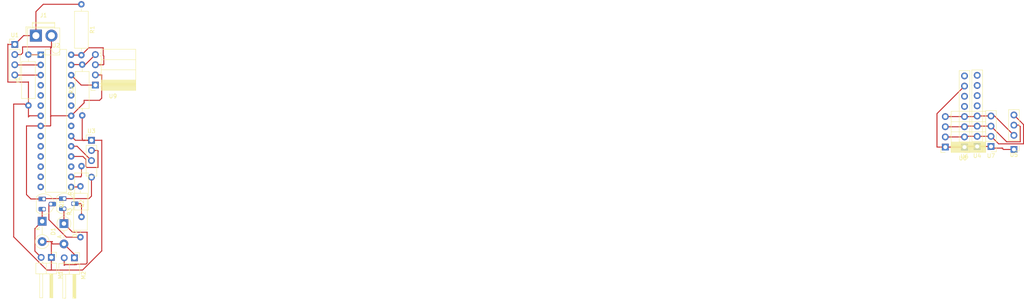
<source format=kicad_pcb>
(kicad_pcb (version 20171130) (host pcbnew 5.1.10-88a1d61d58~88~ubuntu20.10.1)

  (general
    (thickness 1.6)
    (drawings 0)
    (tracks 178)
    (zones 0)
    (modules 21)
    (nets 38)
  )

  (page A4)
  (layers
    (0 F.Cu signal)
    (31 B.Cu signal)
    (32 B.Adhes user)
    (33 F.Adhes user)
    (34 B.Paste user)
    (35 F.Paste user)
    (36 B.SilkS user)
    (37 F.SilkS user)
    (38 B.Mask user)
    (39 F.Mask user)
    (40 Dwgs.User user)
    (41 Cmts.User user)
    (42 Eco1.User user)
    (43 Eco2.User user)
    (44 Edge.Cuts user)
    (45 Margin user)
    (46 B.CrtYd user)
    (47 F.CrtYd user)
    (48 B.Fab user)
    (49 F.Fab user)
  )

  (setup
    (last_trace_width 0.25)
    (trace_clearance 0.2)
    (zone_clearance 0.508)
    (zone_45_only no)
    (trace_min 0.2)
    (via_size 0.8)
    (via_drill 0.4)
    (via_min_size 0.4)
    (via_min_drill 0.3)
    (user_via 1.19 0.9)
    (uvia_size 0.3)
    (uvia_drill 0.1)
    (uvias_allowed no)
    (uvia_min_size 0.2)
    (uvia_min_drill 0.1)
    (edge_width 0.05)
    (segment_width 0.2)
    (pcb_text_width 0.3)
    (pcb_text_size 1.5 1.5)
    (mod_edge_width 0.12)
    (mod_text_size 1 1)
    (mod_text_width 0.15)
    (pad_size 1.1 1.8)
    (pad_drill 0.75)
    (pad_to_mask_clearance 0)
    (aux_axis_origin 0 0)
    (visible_elements FFFFFFFF)
    (pcbplotparams
      (layerselection 0x00000_7fffffff)
      (usegerberextensions false)
      (usegerberattributes true)
      (usegerberadvancedattributes true)
      (creategerberjobfile true)
      (excludeedgelayer true)
      (linewidth 0.200000)
      (plotframeref false)
      (viasonmask false)
      (mode 1)
      (useauxorigin false)
      (hpglpennumber 1)
      (hpglpenspeed 20)
      (hpglpendiameter 15.000000)
      (psnegative false)
      (psa4output false)
      (plotreference true)
      (plotvalue true)
      (plotinvisibletext false)
      (padsonsilk false)
      (subtractmaskfromsilk false)
      (outputformat 4)
      (mirror false)
      (drillshape 0)
      (scaleselection 1)
      (outputdirectory ""))
  )

  (net 0 "")
  (net 1 "Net-(D1-Pad1)")
  (net 2 VCC)
  (net 3 "Net-(D2-Pad1)")
  (net 4 GND)
  (net 5 "Net-(Q1-Pad2)")
  (net 6 "Net-(Q2-Pad2)")
  (net 7 "Net-(R1-Pad2)")
  (net 8 "Net-(U2-Pad1)")
  (net 9 "Net-(R2-Pad2)")
  (net 10 "Net-(R3-Pad2)")
  (net 11 "Net-(R4-Pad2)")
  (net 12 "Net-(U1-Pad4)")
  (net 13 "Net-(U1-Pad3)")
  (net 14 "Net-(U2-Pad17)")
  (net 15 "Net-(U2-Pad4)")
  (net 16 "Net-(U2-Pad18)")
  (net 17 "Net-(U2-Pad5)")
  (net 18 "Net-(U2-Pad19)")
  (net 19 "Net-(U2-Pad6)")
  (net 20 "Net-(U2-Pad21)")
  (net 21 "Net-(U2-Pad9)")
  (net 22 "Net-(U2-Pad23)")
  (net 23 "Net-(U2-Pad10)")
  (net 24 "Net-(U2-Pad24)")
  (net 25 "Net-(U2-Pad11)")
  (net 26 "Net-(U2-Pad25)")
  (net 27 "Net-(U2-Pad12)")
  (net 28 "Net-(U2-Pad26)")
  (net 29 "Net-(U2-Pad13)")
  (net 30 "Net-(U2-Pad14)")
  (net 31 "Net-(U4-Pad5)")
  (net 32 "Net-(U4-Pad6)")
  (net 33 "Net-(U4-Pad7)")
  (net 34 "Net-(U4-Pad8)")
  (net 35 "Net-(U6-Pad8)")
  (net 36 "Net-(U6-Pad6)")
  (net 37 "Net-(U6-Pad5)")

  (net_class Default "This is the default net class."
    (clearance 0.2)
    (trace_width 0.25)
    (via_dia 0.8)
    (via_drill 0.4)
    (uvia_dia 0.3)
    (uvia_drill 0.1)
    (add_net GND)
    (add_net "Net-(D1-Pad1)")
    (add_net "Net-(D2-Pad1)")
    (add_net "Net-(Q1-Pad2)")
    (add_net "Net-(Q2-Pad2)")
    (add_net "Net-(R1-Pad2)")
    (add_net "Net-(R2-Pad2)")
    (add_net "Net-(R3-Pad2)")
    (add_net "Net-(R4-Pad2)")
    (add_net "Net-(U1-Pad3)")
    (add_net "Net-(U1-Pad4)")
    (add_net "Net-(U2-Pad1)")
    (add_net "Net-(U2-Pad10)")
    (add_net "Net-(U2-Pad11)")
    (add_net "Net-(U2-Pad12)")
    (add_net "Net-(U2-Pad13)")
    (add_net "Net-(U2-Pad14)")
    (add_net "Net-(U2-Pad17)")
    (add_net "Net-(U2-Pad18)")
    (add_net "Net-(U2-Pad19)")
    (add_net "Net-(U2-Pad21)")
    (add_net "Net-(U2-Pad23)")
    (add_net "Net-(U2-Pad24)")
    (add_net "Net-(U2-Pad25)")
    (add_net "Net-(U2-Pad26)")
    (add_net "Net-(U2-Pad4)")
    (add_net "Net-(U2-Pad5)")
    (add_net "Net-(U2-Pad6)")
    (add_net "Net-(U2-Pad9)")
    (add_net "Net-(U4-Pad5)")
    (add_net "Net-(U4-Pad6)")
    (add_net "Net-(U4-Pad7)")
    (add_net "Net-(U4-Pad8)")
    (add_net "Net-(U6-Pad5)")
    (add_net "Net-(U6-Pad6)")
    (add_net "Net-(U6-Pad8)")
    (add_net VCC)
  )

  (module Resistor_THT:R_Axial_DIN0309_L9.0mm_D3.2mm_P12.70mm_Horizontal (layer F.Cu) (tedit 5AE5139B) (tstamp 60C7797C)
    (at 39.7891 15.43304 270)
    (descr "Resistor, Axial_DIN0309 series, Axial, Horizontal, pin pitch=12.7mm, 0.5W = 1/2W, length*diameter=9*3.2mm^2, http://cdn-reichelt.de/documents/datenblatt/B400/1_4W%23YAG.pdf")
    (tags "Resistor Axial_DIN0309 series Axial Horizontal pin pitch 12.7mm 0.5W = 1/2W length 9mm diameter 3.2mm")
    (path /60798109)
    (fp_text reference R1 (at 6.35 -2.72 90) (layer F.SilkS)
      (effects (font (size 1 1) (thickness 0.15)))
    )
    (fp_text value 4700 (at 6.35 2.72 90) (layer F.Fab)
      (effects (font (size 1 1) (thickness 0.15)))
    )
    (fp_line (start 1.85 -1.6) (end 1.85 1.6) (layer F.Fab) (width 0.1))
    (fp_line (start 1.85 1.6) (end 10.85 1.6) (layer F.Fab) (width 0.1))
    (fp_line (start 10.85 1.6) (end 10.85 -1.6) (layer F.Fab) (width 0.1))
    (fp_line (start 10.85 -1.6) (end 1.85 -1.6) (layer F.Fab) (width 0.1))
    (fp_line (start 0 0) (end 1.85 0) (layer F.Fab) (width 0.1))
    (fp_line (start 12.7 0) (end 10.85 0) (layer F.Fab) (width 0.1))
    (fp_line (start 1.73 -1.72) (end 1.73 1.72) (layer F.SilkS) (width 0.12))
    (fp_line (start 1.73 1.72) (end 10.97 1.72) (layer F.SilkS) (width 0.12))
    (fp_line (start 10.97 1.72) (end 10.97 -1.72) (layer F.SilkS) (width 0.12))
    (fp_line (start 10.97 -1.72) (end 1.73 -1.72) (layer F.SilkS) (width 0.12))
    (fp_line (start 1.04 0) (end 1.73 0) (layer F.SilkS) (width 0.12))
    (fp_line (start 11.66 0) (end 10.97 0) (layer F.SilkS) (width 0.12))
    (fp_line (start -1.05 -1.85) (end -1.05 1.85) (layer F.CrtYd) (width 0.05))
    (fp_line (start -1.05 1.85) (end 13.75 1.85) (layer F.CrtYd) (width 0.05))
    (fp_line (start 13.75 1.85) (end 13.75 -1.85) (layer F.CrtYd) (width 0.05))
    (fp_line (start 13.75 -1.85) (end -1.05 -1.85) (layer F.CrtYd) (width 0.05))
    (fp_text user %R (at 6.35 0 90) (layer F.Fab)
      (effects (font (size 1 1) (thickness 0.15)))
    )
    (pad 1 thru_hole circle (at 0 0 270) (size 1.6 1.6) (drill 0.8) (layers *.Cu *.Mask)
      (net 2 VCC))
    (pad 2 thru_hole oval (at 12.7 0 270) (size 1.6 1.6) (drill 0.8) (layers *.Cu *.Mask)
      (net 7 "Net-(R1-Pad2)"))
    (model ${KISYS3DMOD}/Resistor_THT.3dshapes/R_Axial_DIN0309_L9.0mm_D3.2mm_P12.70mm_Horizontal.wrl
      (at (xyz 0 0 0))
      (scale (xyz 1 1 1))
      (rotate (xyz 0 0 0))
    )
  )

  (module Resistor_THT:R_Axial_DIN0309_L9.0mm_D3.2mm_P12.70mm_Horizontal (layer F.Cu) (tedit 5AE5139B) (tstamp 60C779AA)
    (at 39.99992 43.19524 90)
    (descr "Resistor, Axial_DIN0309 series, Axial, Horizontal, pin pitch=12.7mm, 0.5W = 1/2W, length*diameter=9*3.2mm^2, http://cdn-reichelt.de/documents/datenblatt/B400/1_4W%23YAG.pdf")
    (tags "Resistor Axial_DIN0309 series Axial Horizontal pin pitch 12.7mm 0.5W = 1/2W length 9mm diameter 3.2mm")
    (path /60797842)
    (fp_text reference R2 (at 6.35 -2.72 90) (layer F.SilkS)
      (effects (font (size 1 1) (thickness 0.15)))
    )
    (fp_text value 4700 (at 6.35 2.72 90) (layer F.Fab)
      (effects (font (size 1 1) (thickness 0.15)))
    )
    (fp_line (start 1.85 -1.6) (end 1.85 1.6) (layer F.Fab) (width 0.1))
    (fp_line (start 1.85 1.6) (end 10.85 1.6) (layer F.Fab) (width 0.1))
    (fp_line (start 10.85 1.6) (end 10.85 -1.6) (layer F.Fab) (width 0.1))
    (fp_line (start 10.85 -1.6) (end 1.85 -1.6) (layer F.Fab) (width 0.1))
    (fp_line (start 0 0) (end 1.85 0) (layer F.Fab) (width 0.1))
    (fp_line (start 12.7 0) (end 10.85 0) (layer F.Fab) (width 0.1))
    (fp_line (start 1.73 -1.72) (end 1.73 1.72) (layer F.SilkS) (width 0.12))
    (fp_line (start 1.73 1.72) (end 10.97 1.72) (layer F.SilkS) (width 0.12))
    (fp_line (start 10.97 1.72) (end 10.97 -1.72) (layer F.SilkS) (width 0.12))
    (fp_line (start 10.97 -1.72) (end 1.73 -1.72) (layer F.SilkS) (width 0.12))
    (fp_line (start 1.04 0) (end 1.73 0) (layer F.SilkS) (width 0.12))
    (fp_line (start 11.66 0) (end 10.97 0) (layer F.SilkS) (width 0.12))
    (fp_line (start -1.05 -1.85) (end -1.05 1.85) (layer F.CrtYd) (width 0.05))
    (fp_line (start -1.05 1.85) (end 13.75 1.85) (layer F.CrtYd) (width 0.05))
    (fp_line (start 13.75 1.85) (end 13.75 -1.85) (layer F.CrtYd) (width 0.05))
    (fp_line (start 13.75 -1.85) (end -1.05 -1.85) (layer F.CrtYd) (width 0.05))
    (fp_text user %R (at 6.35 0 90) (layer F.Fab)
      (effects (font (size 1 1) (thickness 0.15)))
    )
    (pad 1 thru_hole circle (at 0 0 90) (size 1.6 1.6) (drill 0.8) (layers *.Cu *.Mask)
      (net 2 VCC))
    (pad 2 thru_hole oval (at 12.7 0 90) (size 1.6 1.6) (drill 0.8) (layers *.Cu *.Mask)
      (net 9 "Net-(R2-Pad2)"))
    (model ${KISYS3DMOD}/Resistor_THT.3dshapes/R_Axial_DIN0309_L9.0mm_D3.2mm_P12.70mm_Horizontal.wrl
      (at (xyz 0 0 0))
      (scale (xyz 1 1 1))
      (rotate (xyz 0 0 0))
    )
  )

  (module Diode_THT:D_DO-41_SOD81_P5.08mm_Vertical_KathodeUp (layer F.Cu) (tedit 5AE50CD5) (tstamp 60C778A5)
    (at 29.99486 69.6341 270)
    (descr "Diode, DO-41_SOD81 series, Axial, Vertical, pin pitch=5.08mm, , length*diameter=5.2*2.7mm^2, , http://www.diodes.com/_files/packages/DO-41%20(Plastic).pdf")
    (tags "Diode DO-41_SOD81 series Axial Vertical pin pitch 5.08mm  length 5.2mm diameter 2.7mm")
    (path /60756156)
    (fp_text reference D1 (at 2.54 -2.750635 90) (layer F.SilkS)
      (effects (font (size 1 1) (thickness 0.15)))
    )
    (fp_text value DIODE (at 2.54 2.750635 90) (layer F.Fab)
      (effects (font (size 1 1) (thickness 0.15)))
    )
    (fp_circle (center 5.08 0) (end 6.43 0) (layer F.Fab) (width 0.1))
    (fp_circle (center 5.08 0) (end 6.830635 0) (layer F.SilkS) (width 0.12))
    (fp_line (start 0 0) (end 5.08 0) (layer F.Fab) (width 0.1))
    (fp_line (start 3.329365 0) (end 1.4 0) (layer F.SilkS) (width 0.12))
    (fp_line (start -1.35 -1.6) (end -1.35 1.6) (layer F.CrtYd) (width 0.05))
    (fp_line (start -1.35 1.6) (end 6.68 1.6) (layer F.CrtYd) (width 0.05))
    (fp_line (start 6.68 1.6) (end 6.68 -1.6) (layer F.CrtYd) (width 0.05))
    (fp_line (start 6.68 -1.6) (end -1.35 -1.6) (layer F.CrtYd) (width 0.05))
    (fp_text user %R (at 2.54 -2.750635 90) (layer F.Fab)
      (effects (font (size 1 1) (thickness 0.15)))
    )
    (fp_text user K (at 1.8 1.1 90) (layer F.Fab)
      (effects (font (size 1 1) (thickness 0.15)))
    )
    (fp_text user K (at 1.8 1.1 90) (layer F.SilkS)
      (effects (font (size 1 1) (thickness 0.15)))
    )
    (pad 1 thru_hole rect (at 0 0 270) (size 2.2 2.2) (drill 1.1) (layers *.Cu *.Mask)
      (net 1 "Net-(D1-Pad1)"))
    (pad 2 thru_hole oval (at 5.08 0 270) (size 2.2 2.2) (drill 1.1) (layers *.Cu *.Mask)
      (net 2 VCC))
    (model ${KISYS3DMOD}/Diode_THT.3dshapes/D_DO-41_SOD81_P5.08mm_Vertical_KathodeUp.wrl
      (at (xyz 0 0 0))
      (scale (xyz 1 1 1))
      (rotate (xyz 0 0 0))
    )
  )

  (module Diode_THT:D_DO-41_SOD81_P5.08mm_Vertical_AnodeUp (layer F.Cu) (tedit 5AE50CD5) (tstamp 60C778B6)
    (at 35.43046 70.2183 270)
    (descr "Diode, DO-41_SOD81 series, Axial, Vertical, pin pitch=5.08mm, , length*diameter=5.2*2.7mm^2, , http://www.diodes.com/_files/packages/DO-41%20(Plastic).pdf")
    (tags "Diode DO-41_SOD81 series Axial Vertical pin pitch 5.08mm  length 5.2mm diameter 2.7mm")
    (path /607595C2)
    (fp_text reference D2 (at 2.54 -2.750635 90) (layer F.SilkS)
      (effects (font (size 1 1) (thickness 0.15)))
    )
    (fp_text value DIODE (at 2.54 2.750635 90) (layer F.Fab)
      (effects (font (size 1 1) (thickness 0.15)))
    )
    (fp_circle (center 0 0) (end 1.35 0) (layer F.Fab) (width 0.1))
    (fp_circle (center 0 0) (end 1.750635 0) (layer F.SilkS) (width 0.12))
    (fp_line (start 0 0) (end 5.08 0) (layer F.Fab) (width 0.1))
    (fp_line (start 1.750635 0) (end 3.68 0) (layer F.SilkS) (width 0.12))
    (fp_line (start -1.6 -1.6) (end -1.6 1.6) (layer F.CrtYd) (width 0.05))
    (fp_line (start -1.6 1.6) (end 6.43 1.6) (layer F.CrtYd) (width 0.05))
    (fp_line (start 6.43 1.6) (end 6.43 -1.6) (layer F.CrtYd) (width 0.05))
    (fp_line (start 6.43 -1.6) (end -1.6 -1.6) (layer F.CrtYd) (width 0.05))
    (fp_text user %R (at 2.54 -2.750635 90) (layer F.Fab)
      (effects (font (size 1 1) (thickness 0.15)))
    )
    (fp_text user A (at 3.28 1.1 90) (layer F.Fab)
      (effects (font (size 1 1) (thickness 0.15)))
    )
    (fp_text user A (at 3.28 1.1 90) (layer F.SilkS)
      (effects (font (size 1 1) (thickness 0.15)))
    )
    (pad 1 thru_hole rect (at 0 0 270) (size 2.2 2.2) (drill 1.1) (layers *.Cu *.Mask)
      (net 3 "Net-(D2-Pad1)"))
    (pad 2 thru_hole oval (at 5.08 0 270) (size 2.2 2.2) (drill 1.1) (layers *.Cu *.Mask)
      (net 2 VCC))
    (model ${KISYS3DMOD}/Diode_THT.3dshapes/D_DO-41_SOD81_P5.08mm_Vertical_AnodeUp.wrl
      (at (xyz 0 0 0))
      (scale (xyz 1 1 1))
      (rotate (xyz 0 0 0))
    )
  )

  (module Connector:JWT_A3963_1x02_P3.96mm_Vertical (layer F.Cu) (tedit 5A2A57CE) (tstamp 60C778DB)
    (at 28.43022 23.25878)
    (descr "JWT A3963, 3.96mm pitch Pin head connector (http://www.jwt.com.tw/pro_pdf/A3963.pdf)")
    (tags "connector JWT A3963 pinhead")
    (path /607381E2)
    (fp_text reference J1 (at 1.91 -5.08) (layer F.SilkS)
      (effects (font (size 1 1) (thickness 0.15)))
    )
    (fp_text value Conn_01x02_Female (at 1.91 6.35) (layer F.Fab)
      (effects (font (size 1 1) (thickness 0.15)))
    )
    (fp_line (start 4.6 -3.2) (end 4.6 -1.8) (layer F.Fab) (width 0.1))
    (fp_line (start -0.8 -3.2) (end 4.6 -3.2) (layer F.Fab) (width 0.1))
    (fp_line (start -0.8 -1.8) (end -0.8 -3.2) (layer F.Fab) (width 0.1))
    (fp_line (start 0 -0.3) (end 1.25 -1.8) (layer F.Fab) (width 0.1))
    (fp_line (start -1.25 -1.8) (end 0 -0.3) (layer F.Fab) (width 0.1))
    (fp_line (start -2.5 -2.2) (end -2.5 0) (layer F.SilkS) (width 0.12))
    (fp_line (start -1.2 -2.2) (end -2.5 -2.2) (layer F.SilkS) (width 0.12))
    (fp_line (start -2.05 4.7) (end -2.05 -1.8) (layer F.Fab) (width 0.1))
    (fp_line (start 5.85 4.7) (end -2.05 4.7) (layer F.Fab) (width 0.1))
    (fp_line (start 5.85 -1.8) (end 5.85 4.7) (layer F.Fab) (width 0.1))
    (fp_line (start -2.05 -1.8) (end 5.85 -1.8) (layer F.Fab) (width 0.1))
    (fp_line (start -2.5 -3.55) (end 6.35 -3.55) (layer F.CrtYd) (width 0.05))
    (fp_line (start 6.35 -3.55) (end 6.35 5.05) (layer F.CrtYd) (width 0.05))
    (fp_line (start 6.35 5.05) (end -2.5 5.05) (layer F.CrtYd) (width 0.05))
    (fp_line (start -2.5 5.05) (end -2.5 -3.55) (layer F.CrtYd) (width 0.05))
    (fp_line (start 2.29 4.83) (end 5.97 4.83) (layer F.SilkS) (width 0.12))
    (fp_line (start 1.52 4.83) (end -2.16 4.83) (layer F.SilkS) (width 0.12))
    (fp_line (start 1.52 4.83) (end 1.52 4.57) (layer F.SilkS) (width 0.12))
    (fp_line (start 1.52 4.57) (end 2.29 4.57) (layer F.SilkS) (width 0.12))
    (fp_line (start 2.29 4.57) (end 2.29 4.83) (layer F.SilkS) (width 0.12))
    (fp_line (start -0.89 -2.16) (end 4.7 -2.16) (layer F.SilkS) (width 0.12))
    (fp_line (start -0.89 -3.05) (end 4.7 -3.05) (layer F.SilkS) (width 0.12))
    (fp_line (start 5.97 -1.91) (end 5.97 0) (layer F.SilkS) (width 0.12))
    (fp_line (start -2.16 -1.91) (end -2.16 0) (layer F.SilkS) (width 0.12))
    (fp_line (start -0.89 -3.3) (end 4.7 -3.3) (layer F.SilkS) (width 0.12))
    (fp_line (start 4.7 -1.91) (end 4.7 -3.3) (layer F.SilkS) (width 0.12))
    (fp_line (start -0.89 -1.91) (end -0.89 -3.3) (layer F.SilkS) (width 0.12))
    (fp_line (start -2.16 -1.91) (end 5.97 -1.91) (layer F.SilkS) (width 0.12))
    (fp_line (start -2.16 0) (end -2.16 4.83) (layer F.SilkS) (width 0.12))
    (fp_line (start 5.97 4.83) (end 5.97 0) (layer F.SilkS) (width 0.12))
    (fp_text user %R (at 2.2 3.7) (layer F.Fab)
      (effects (font (size 1 1) (thickness 0.15)))
    )
    (pad 1 thru_hole rect (at 0 0) (size 3 3) (drill 1.75) (layers *.Cu *.Mask)
      (net 2 VCC))
    (pad 2 thru_hole circle (at 3.88 0) (size 3 3) (drill 1.75) (layers *.Cu *.Mask)
      (net 4 GND))
    (model ${KISYS3DMOD}/Connector.3dshapes/JWT_A3963_1x02_P3.96mm_Vertical.wrl
      (at (xyz 0 0 0))
      (scale (xyz 1 1 1))
      (rotate (xyz 0 0 0))
    )
  )

  (module Connector_PinHeader_2.54mm:PinHeader_1x02_P2.54mm_Horizontal (layer F.Cu) (tedit 59FED5CB) (tstamp 60C7790E)
    (at 32.28594 78.66126 270)
    (descr "Through hole angled pin header, 1x02, 2.54mm pitch, 6mm pin length, single row")
    (tags "Through hole angled pin header THT 1x02 2.54mm single row")
    (path /607550A5)
    (fp_text reference M1 (at 4.385 -2.27 90) (layer F.SilkS)
      (effects (font (size 1 1) (thickness 0.15)))
    )
    (fp_text value Motor_DC (at 4.385 4.81 90) (layer F.Fab)
      (effects (font (size 1 1) (thickness 0.15)))
    )
    (fp_line (start 2.135 -1.27) (end 4.04 -1.27) (layer F.Fab) (width 0.1))
    (fp_line (start 4.04 -1.27) (end 4.04 3.81) (layer F.Fab) (width 0.1))
    (fp_line (start 4.04 3.81) (end 1.5 3.81) (layer F.Fab) (width 0.1))
    (fp_line (start 1.5 3.81) (end 1.5 -0.635) (layer F.Fab) (width 0.1))
    (fp_line (start 1.5 -0.635) (end 2.135 -1.27) (layer F.Fab) (width 0.1))
    (fp_line (start -0.32 -0.32) (end 1.5 -0.32) (layer F.Fab) (width 0.1))
    (fp_line (start -0.32 -0.32) (end -0.32 0.32) (layer F.Fab) (width 0.1))
    (fp_line (start -0.32 0.32) (end 1.5 0.32) (layer F.Fab) (width 0.1))
    (fp_line (start 4.04 -0.32) (end 10.04 -0.32) (layer F.Fab) (width 0.1))
    (fp_line (start 10.04 -0.32) (end 10.04 0.32) (layer F.Fab) (width 0.1))
    (fp_line (start 4.04 0.32) (end 10.04 0.32) (layer F.Fab) (width 0.1))
    (fp_line (start -0.32 2.22) (end 1.5 2.22) (layer F.Fab) (width 0.1))
    (fp_line (start -0.32 2.22) (end -0.32 2.86) (layer F.Fab) (width 0.1))
    (fp_line (start -0.32 2.86) (end 1.5 2.86) (layer F.Fab) (width 0.1))
    (fp_line (start 4.04 2.22) (end 10.04 2.22) (layer F.Fab) (width 0.1))
    (fp_line (start 10.04 2.22) (end 10.04 2.86) (layer F.Fab) (width 0.1))
    (fp_line (start 4.04 2.86) (end 10.04 2.86) (layer F.Fab) (width 0.1))
    (fp_line (start 1.44 -1.33) (end 1.44 3.87) (layer F.SilkS) (width 0.12))
    (fp_line (start 1.44 3.87) (end 4.1 3.87) (layer F.SilkS) (width 0.12))
    (fp_line (start 4.1 3.87) (end 4.1 -1.33) (layer F.SilkS) (width 0.12))
    (fp_line (start 4.1 -1.33) (end 1.44 -1.33) (layer F.SilkS) (width 0.12))
    (fp_line (start 4.1 -0.38) (end 10.1 -0.38) (layer F.SilkS) (width 0.12))
    (fp_line (start 10.1 -0.38) (end 10.1 0.38) (layer F.SilkS) (width 0.12))
    (fp_line (start 10.1 0.38) (end 4.1 0.38) (layer F.SilkS) (width 0.12))
    (fp_line (start 4.1 -0.32) (end 10.1 -0.32) (layer F.SilkS) (width 0.12))
    (fp_line (start 4.1 -0.2) (end 10.1 -0.2) (layer F.SilkS) (width 0.12))
    (fp_line (start 4.1 -0.08) (end 10.1 -0.08) (layer F.SilkS) (width 0.12))
    (fp_line (start 4.1 0.04) (end 10.1 0.04) (layer F.SilkS) (width 0.12))
    (fp_line (start 4.1 0.16) (end 10.1 0.16) (layer F.SilkS) (width 0.12))
    (fp_line (start 4.1 0.28) (end 10.1 0.28) (layer F.SilkS) (width 0.12))
    (fp_line (start 1.11 -0.38) (end 1.44 -0.38) (layer F.SilkS) (width 0.12))
    (fp_line (start 1.11 0.38) (end 1.44 0.38) (layer F.SilkS) (width 0.12))
    (fp_line (start 1.44 1.27) (end 4.1 1.27) (layer F.SilkS) (width 0.12))
    (fp_line (start 4.1 2.16) (end 10.1 2.16) (layer F.SilkS) (width 0.12))
    (fp_line (start 10.1 2.16) (end 10.1 2.92) (layer F.SilkS) (width 0.12))
    (fp_line (start 10.1 2.92) (end 4.1 2.92) (layer F.SilkS) (width 0.12))
    (fp_line (start 1.042929 2.16) (end 1.44 2.16) (layer F.SilkS) (width 0.12))
    (fp_line (start 1.042929 2.92) (end 1.44 2.92) (layer F.SilkS) (width 0.12))
    (fp_line (start -1.27 0) (end -1.27 -1.27) (layer F.SilkS) (width 0.12))
    (fp_line (start -1.27 -1.27) (end 0 -1.27) (layer F.SilkS) (width 0.12))
    (fp_line (start -1.8 -1.8) (end -1.8 4.35) (layer F.CrtYd) (width 0.05))
    (fp_line (start -1.8 4.35) (end 10.55 4.35) (layer F.CrtYd) (width 0.05))
    (fp_line (start 10.55 4.35) (end 10.55 -1.8) (layer F.CrtYd) (width 0.05))
    (fp_line (start 10.55 -1.8) (end -1.8 -1.8) (layer F.CrtYd) (width 0.05))
    (fp_text user %R (at 2.77 1.27) (layer F.Fab)
      (effects (font (size 1 1) (thickness 0.15)))
    )
    (pad 1 thru_hole rect (at 0 0 270) (size 1.7 1.7) (drill 1) (layers *.Cu *.Mask)
      (net 2 VCC))
    (pad 2 thru_hole oval (at 0 2.54 270) (size 1.7 1.7) (drill 1) (layers *.Cu *.Mask)
      (net 1 "Net-(D1-Pad1)"))
    (model ${KISYS3DMOD}/Connector_PinHeader_2.54mm.3dshapes/PinHeader_1x02_P2.54mm_Horizontal.wrl
      (at (xyz 0 0 0))
      (scale (xyz 1 1 1))
      (rotate (xyz 0 0 0))
    )
  )

  (module Connector_PinHeader_2.54mm:PinHeader_1x02_P2.54mm_Horizontal (layer F.Cu) (tedit 59FED5CB) (tstamp 60C77941)
    (at 38.04158 78.76286 270)
    (descr "Through hole angled pin header, 1x02, 2.54mm pitch, 6mm pin length, single row")
    (tags "Through hole angled pin header THT 1x02 2.54mm single row")
    (path /60759C76)
    (fp_text reference M2 (at 4.385 -2.27 90) (layer F.SilkS)
      (effects (font (size 1 1) (thickness 0.15)))
    )
    (fp_text value Motor_DC (at 4.385 4.81 90) (layer F.Fab)
      (effects (font (size 1 1) (thickness 0.15)))
    )
    (fp_line (start 10.55 -1.8) (end -1.8 -1.8) (layer F.CrtYd) (width 0.05))
    (fp_line (start 10.55 4.35) (end 10.55 -1.8) (layer F.CrtYd) (width 0.05))
    (fp_line (start -1.8 4.35) (end 10.55 4.35) (layer F.CrtYd) (width 0.05))
    (fp_line (start -1.8 -1.8) (end -1.8 4.35) (layer F.CrtYd) (width 0.05))
    (fp_line (start -1.27 -1.27) (end 0 -1.27) (layer F.SilkS) (width 0.12))
    (fp_line (start -1.27 0) (end -1.27 -1.27) (layer F.SilkS) (width 0.12))
    (fp_line (start 1.042929 2.92) (end 1.44 2.92) (layer F.SilkS) (width 0.12))
    (fp_line (start 1.042929 2.16) (end 1.44 2.16) (layer F.SilkS) (width 0.12))
    (fp_line (start 10.1 2.92) (end 4.1 2.92) (layer F.SilkS) (width 0.12))
    (fp_line (start 10.1 2.16) (end 10.1 2.92) (layer F.SilkS) (width 0.12))
    (fp_line (start 4.1 2.16) (end 10.1 2.16) (layer F.SilkS) (width 0.12))
    (fp_line (start 1.44 1.27) (end 4.1 1.27) (layer F.SilkS) (width 0.12))
    (fp_line (start 1.11 0.38) (end 1.44 0.38) (layer F.SilkS) (width 0.12))
    (fp_line (start 1.11 -0.38) (end 1.44 -0.38) (layer F.SilkS) (width 0.12))
    (fp_line (start 4.1 0.28) (end 10.1 0.28) (layer F.SilkS) (width 0.12))
    (fp_line (start 4.1 0.16) (end 10.1 0.16) (layer F.SilkS) (width 0.12))
    (fp_line (start 4.1 0.04) (end 10.1 0.04) (layer F.SilkS) (width 0.12))
    (fp_line (start 4.1 -0.08) (end 10.1 -0.08) (layer F.SilkS) (width 0.12))
    (fp_line (start 4.1 -0.2) (end 10.1 -0.2) (layer F.SilkS) (width 0.12))
    (fp_line (start 4.1 -0.32) (end 10.1 -0.32) (layer F.SilkS) (width 0.12))
    (fp_line (start 10.1 0.38) (end 4.1 0.38) (layer F.SilkS) (width 0.12))
    (fp_line (start 10.1 -0.38) (end 10.1 0.38) (layer F.SilkS) (width 0.12))
    (fp_line (start 4.1 -0.38) (end 10.1 -0.38) (layer F.SilkS) (width 0.12))
    (fp_line (start 4.1 -1.33) (end 1.44 -1.33) (layer F.SilkS) (width 0.12))
    (fp_line (start 4.1 3.87) (end 4.1 -1.33) (layer F.SilkS) (width 0.12))
    (fp_line (start 1.44 3.87) (end 4.1 3.87) (layer F.SilkS) (width 0.12))
    (fp_line (start 1.44 -1.33) (end 1.44 3.87) (layer F.SilkS) (width 0.12))
    (fp_line (start 4.04 2.86) (end 10.04 2.86) (layer F.Fab) (width 0.1))
    (fp_line (start 10.04 2.22) (end 10.04 2.86) (layer F.Fab) (width 0.1))
    (fp_line (start 4.04 2.22) (end 10.04 2.22) (layer F.Fab) (width 0.1))
    (fp_line (start -0.32 2.86) (end 1.5 2.86) (layer F.Fab) (width 0.1))
    (fp_line (start -0.32 2.22) (end -0.32 2.86) (layer F.Fab) (width 0.1))
    (fp_line (start -0.32 2.22) (end 1.5 2.22) (layer F.Fab) (width 0.1))
    (fp_line (start 4.04 0.32) (end 10.04 0.32) (layer F.Fab) (width 0.1))
    (fp_line (start 10.04 -0.32) (end 10.04 0.32) (layer F.Fab) (width 0.1))
    (fp_line (start 4.04 -0.32) (end 10.04 -0.32) (layer F.Fab) (width 0.1))
    (fp_line (start -0.32 0.32) (end 1.5 0.32) (layer F.Fab) (width 0.1))
    (fp_line (start -0.32 -0.32) (end -0.32 0.32) (layer F.Fab) (width 0.1))
    (fp_line (start -0.32 -0.32) (end 1.5 -0.32) (layer F.Fab) (width 0.1))
    (fp_line (start 1.5 -0.635) (end 2.135 -1.27) (layer F.Fab) (width 0.1))
    (fp_line (start 1.5 3.81) (end 1.5 -0.635) (layer F.Fab) (width 0.1))
    (fp_line (start 4.04 3.81) (end 1.5 3.81) (layer F.Fab) (width 0.1))
    (fp_line (start 4.04 -1.27) (end 4.04 3.81) (layer F.Fab) (width 0.1))
    (fp_line (start 2.135 -1.27) (end 4.04 -1.27) (layer F.Fab) (width 0.1))
    (fp_text user %R (at 2.77 1.27) (layer F.Fab)
      (effects (font (size 1 1) (thickness 0.15)))
    )
    (pad 2 thru_hole oval (at 0 2.54 270) (size 1.7 1.7) (drill 1) (layers *.Cu *.Mask)
      (net 3 "Net-(D2-Pad1)"))
    (pad 1 thru_hole rect (at 0 0 270) (size 1.7 1.7) (drill 1) (layers *.Cu *.Mask)
      (net 2 VCC))
    (model ${KISYS3DMOD}/Connector_PinHeader_2.54mm.3dshapes/PinHeader_1x02_P2.54mm_Horizontal.wrl
      (at (xyz 0 0 0))
      (scale (xyz 1 1 1))
      (rotate (xyz 0 0 0))
    )
  )

  (module Package_TO_SOT_THT:TO-92_HandSolder (layer F.Cu) (tedit 60C77B24) (tstamp 60C77953)
    (at 30.39364 64.06388 270)
    (descr "TO-92 leads molded, narrow, drill 0.75mm, handsoldering variant with enlarged pads (see NXP sot054_po.pdf)")
    (tags "to-92 sc-43 sc-43a sot54 PA33 transistor")
    (path /607C7CCD)
    (fp_text reference Q1 (at 1.27 -4.4 90) (layer F.SilkS)
      (effects (font (size 1 1) (thickness 0.15)))
    )
    (fp_text value 2N3904 (at 1.27 2.79 90) (layer F.Fab)
      (effects (font (size 1 1) (thickness 0.15)))
    )
    (fp_line (start -0.53 1.85) (end 3.07 1.85) (layer F.SilkS) (width 0.12))
    (fp_line (start -0.5 1.75) (end 3 1.75) (layer F.Fab) (width 0.1))
    (fp_line (start -1.46 -3.05) (end 4 -3.05) (layer F.CrtYd) (width 0.05))
    (fp_line (start -1.46 -3.05) (end -1.46 2.01) (layer F.CrtYd) (width 0.05))
    (fp_line (start 4 2.01) (end 4 -3.05) (layer F.CrtYd) (width 0.05))
    (fp_line (start 4 2.01) (end -1.46 2.01) (layer F.CrtYd) (width 0.05))
    (fp_text user %R (at 1.27 0 90) (layer F.Fab)
      (effects (font (size 1 1) (thickness 0.15)))
    )
    (fp_arc (start 1.27 0) (end 1.27 -2.48) (angle 135) (layer F.Fab) (width 0.1))
    (fp_arc (start 1.27 0) (end 0.45 -2.45) (angle -116.9632683) (layer F.SilkS) (width 0.12))
    (fp_arc (start 1.27 0) (end 1.27 -2.48) (angle -135) (layer F.Fab) (width 0.1))
    (fp_arc (start 1.27 0) (end 2.05 -2.45) (angle 117.6433766) (layer F.SilkS) (width 0.12))
    (pad 2 thru_hole roundrect (at 1.27 -1.76106 270) (size 1.1 1.8) (drill 0.75 (offset 0 -0.4)) (layers *.Cu *.Mask) (roundrect_rratio 0.25)
      (net 5 "Net-(Q1-Pad2)"))
    (pad 3 thru_hole roundrect (at 2.54 0 270) (size 1.1 1.8) (drill 0.75 (offset 0 0.4)) (layers *.Cu *.Mask) (roundrect_rratio 0.25)
      (net 1 "Net-(D1-Pad1)"))
    (pad 1 thru_hole rect (at 0 0 270) (size 1.1 1.8) (drill 0.75 (offset 0 0.4)) (layers *.Cu *.Mask)
      (net 4 GND))
    (model ${KISYS3DMOD}/Package_TO_SOT_THT.3dshapes/TO-92.wrl
      (at (xyz 0 0 0))
      (scale (xyz 1 1 1))
      (rotate (xyz 0 0 0))
    )
  )

  (module Package_TO_SOT_THT:TO-92_HandSolder (layer F.Cu) (tedit 60C77B31) (tstamp 60C77965)
    (at 35.50666 63.96736 270)
    (descr "TO-92 leads molded, narrow, drill 0.75mm, handsoldering variant with enlarged pads (see NXP sot054_po.pdf)")
    (tags "to-92 sc-43 sc-43a sot54 PA33 transistor")
    (path /607D32DD)
    (fp_text reference Q2 (at 1.27 -4.4 90) (layer F.SilkS)
      (effects (font (size 1 1) (thickness 0.15)))
    )
    (fp_text value 2N3904 (at 1.27 2.79 90) (layer F.Fab)
      (effects (font (size 1 1) (thickness 0.15)))
    )
    (fp_line (start 4 2.01) (end -1.46 2.01) (layer F.CrtYd) (width 0.05))
    (fp_line (start 4 2.01) (end 4 -3.05) (layer F.CrtYd) (width 0.05))
    (fp_line (start -1.46 -3.05) (end -1.46 2.01) (layer F.CrtYd) (width 0.05))
    (fp_line (start -1.46 -3.05) (end 4 -3.05) (layer F.CrtYd) (width 0.05))
    (fp_line (start -0.5 1.75) (end 3 1.75) (layer F.Fab) (width 0.1))
    (fp_line (start -0.53 1.85) (end 3.07 1.85) (layer F.SilkS) (width 0.12))
    (fp_arc (start 1.27 0) (end 2.05 -2.45) (angle 117.6433766) (layer F.SilkS) (width 0.12))
    (fp_arc (start 1.27 0) (end 1.27 -2.48) (angle -135) (layer F.Fab) (width 0.1))
    (fp_arc (start 1.27 0) (end 0.45 -2.45) (angle -116.9632683) (layer F.SilkS) (width 0.12))
    (fp_arc (start 1.27 0) (end 1.27 -2.48) (angle 135) (layer F.Fab) (width 0.1))
    (fp_text user %R (at 1.27 0 90) (layer F.Fab)
      (effects (font (size 1 1) (thickness 0.15)))
    )
    (pad 1 thru_hole rect (at 0 0 270) (size 1.1 1.8) (drill 0.75 (offset 0 0.4)) (layers *.Cu *.Mask)
      (net 4 GND))
    (pad 3 thru_hole roundrect (at 2.54 0 270) (size 1.1 1.8) (drill 0.75 (offset 0 0.4)) (layers *.Cu *.Mask) (roundrect_rratio 0.25)
      (net 3 "Net-(D2-Pad1)"))
    (pad 2 thru_hole roundrect (at 1.27 -2.27 270) (size 1.1 1.8) (drill 0.75 (offset 0 -0.4)) (layers *.Cu *.Mask) (roundrect_rratio 0.25)
      (net 6 "Net-(Q2-Pad2)"))
    (model ${KISYS3DMOD}/Package_TO_SOT_THT.3dshapes/TO-92.wrl
      (at (xyz 0 0 0))
      (scale (xyz 1 1 1))
      (rotate (xyz 0 0 0))
    )
  )

  (module Resistor_THT:R_Axial_DIN0309_L9.0mm_D3.2mm_P12.70mm_Horizontal (layer F.Cu) (tedit 5AE5139B) (tstamp 60C77993)
    (at 26.55824 40.69842 90)
    (descr "Resistor, Axial_DIN0309 series, Axial, Horizontal, pin pitch=12.7mm, 0.5W = 1/2W, length*diameter=9*3.2mm^2, http://cdn-reichelt.de/documents/datenblatt/B400/1_4W%23YAG.pdf")
    (tags "Resistor Axial_DIN0309 series Axial Horizontal pin pitch 12.7mm 0.5W = 1/2W length 9mm diameter 3.2mm")
    (path /60B71ECA)
    (fp_text reference r1 (at 6.35 -2.72 90) (layer F.SilkS)
      (effects (font (size 1 1) (thickness 0.15)))
    )
    (fp_text value 4.7k (at 6.35 2.72 90) (layer F.Fab)
      (effects (font (size 1 1) (thickness 0.15)))
    )
    (fp_line (start 13.75 -1.85) (end -1.05 -1.85) (layer F.CrtYd) (width 0.05))
    (fp_line (start 13.75 1.85) (end 13.75 -1.85) (layer F.CrtYd) (width 0.05))
    (fp_line (start -1.05 1.85) (end 13.75 1.85) (layer F.CrtYd) (width 0.05))
    (fp_line (start -1.05 -1.85) (end -1.05 1.85) (layer F.CrtYd) (width 0.05))
    (fp_line (start 11.66 0) (end 10.97 0) (layer F.SilkS) (width 0.12))
    (fp_line (start 1.04 0) (end 1.73 0) (layer F.SilkS) (width 0.12))
    (fp_line (start 10.97 -1.72) (end 1.73 -1.72) (layer F.SilkS) (width 0.12))
    (fp_line (start 10.97 1.72) (end 10.97 -1.72) (layer F.SilkS) (width 0.12))
    (fp_line (start 1.73 1.72) (end 10.97 1.72) (layer F.SilkS) (width 0.12))
    (fp_line (start 1.73 -1.72) (end 1.73 1.72) (layer F.SilkS) (width 0.12))
    (fp_line (start 12.7 0) (end 10.85 0) (layer F.Fab) (width 0.1))
    (fp_line (start 0 0) (end 1.85 0) (layer F.Fab) (width 0.1))
    (fp_line (start 10.85 -1.6) (end 1.85 -1.6) (layer F.Fab) (width 0.1))
    (fp_line (start 10.85 1.6) (end 10.85 -1.6) (layer F.Fab) (width 0.1))
    (fp_line (start 1.85 1.6) (end 10.85 1.6) (layer F.Fab) (width 0.1))
    (fp_line (start 1.85 -1.6) (end 1.85 1.6) (layer F.Fab) (width 0.1))
    (fp_text user %R (at 6.35 0 90) (layer F.Fab)
      (effects (font (size 1 1) (thickness 0.15)))
    )
    (pad 2 thru_hole oval (at 12.7 0 90) (size 1.6 1.6) (drill 0.8) (layers *.Cu *.Mask)
      (net 8 "Net-(U2-Pad1)"))
    (pad 1 thru_hole circle (at 0 0 90) (size 1.6 1.6) (drill 0.8) (layers *.Cu *.Mask)
      (net 2 VCC))
    (model ${KISYS3DMOD}/Resistor_THT.3dshapes/R_Axial_DIN0309_L9.0mm_D3.2mm_P12.70mm_Horizontal.wrl
      (at (xyz 0 0 0))
      (scale (xyz 1 1 1))
      (rotate (xyz 0 0 0))
    )
  )

  (module Resistor_THT:R_Axial_DIN0309_L9.0mm_D3.2mm_P12.70mm_Horizontal (layer F.Cu) (tedit 5AE5139B) (tstamp 60C779C1)
    (at 39.5478 73.60412 90)
    (descr "Resistor, Axial_DIN0309 series, Axial, Horizontal, pin pitch=12.7mm, 0.5W = 1/2W, length*diameter=9*3.2mm^2, http://cdn-reichelt.de/documents/datenblatt/B400/1_4W%23YAG.pdf")
    (tags "Resistor Axial_DIN0309 series Axial Horizontal pin pitch 12.7mm 0.5W = 1/2W length 9mm diameter 3.2mm")
    (path /6072E24B)
    (fp_text reference R3 (at 6.35 -2.72 90) (layer F.SilkS)
      (effects (font (size 1 1) (thickness 0.15)))
    )
    (fp_text value 1000 (at 6.35 2.72 90) (layer F.Fab)
      (effects (font (size 1 1) (thickness 0.15)))
    )
    (fp_line (start 1.85 -1.6) (end 1.85 1.6) (layer F.Fab) (width 0.1))
    (fp_line (start 1.85 1.6) (end 10.85 1.6) (layer F.Fab) (width 0.1))
    (fp_line (start 10.85 1.6) (end 10.85 -1.6) (layer F.Fab) (width 0.1))
    (fp_line (start 10.85 -1.6) (end 1.85 -1.6) (layer F.Fab) (width 0.1))
    (fp_line (start 0 0) (end 1.85 0) (layer F.Fab) (width 0.1))
    (fp_line (start 12.7 0) (end 10.85 0) (layer F.Fab) (width 0.1))
    (fp_line (start 1.73 -1.72) (end 1.73 1.72) (layer F.SilkS) (width 0.12))
    (fp_line (start 1.73 1.72) (end 10.97 1.72) (layer F.SilkS) (width 0.12))
    (fp_line (start 10.97 1.72) (end 10.97 -1.72) (layer F.SilkS) (width 0.12))
    (fp_line (start 10.97 -1.72) (end 1.73 -1.72) (layer F.SilkS) (width 0.12))
    (fp_line (start 1.04 0) (end 1.73 0) (layer F.SilkS) (width 0.12))
    (fp_line (start 11.66 0) (end 10.97 0) (layer F.SilkS) (width 0.12))
    (fp_line (start -1.05 -1.85) (end -1.05 1.85) (layer F.CrtYd) (width 0.05))
    (fp_line (start -1.05 1.85) (end 13.75 1.85) (layer F.CrtYd) (width 0.05))
    (fp_line (start 13.75 1.85) (end 13.75 -1.85) (layer F.CrtYd) (width 0.05))
    (fp_line (start 13.75 -1.85) (end -1.05 -1.85) (layer F.CrtYd) (width 0.05))
    (fp_text user %R (at 1.09982 -1.36652 90) (layer F.Fab)
      (effects (font (size 1 1) (thickness 0.15)))
    )
    (pad 1 thru_hole circle (at 0 0 90) (size 1.6 1.6) (drill 0.8) (layers *.Cu *.Mask)
      (net 5 "Net-(Q1-Pad2)"))
    (pad 2 thru_hole oval (at 12.7 0 90) (size 1.6 1.6) (drill 0.8) (layers *.Cu *.Mask)
      (net 10 "Net-(R3-Pad2)"))
    (model ${KISYS3DMOD}/Resistor_THT.3dshapes/R_Axial_DIN0309_L9.0mm_D3.2mm_P12.70mm_Horizontal.wrl
      (at (xyz 0 0 0))
      (scale (xyz 1 1 1))
      (rotate (xyz 0 0 0))
    )
  )

  (module Resistor_THT:R_Axial_DIN0309_L9.0mm_D3.2mm_P12.70mm_Horizontal (layer F.Cu) (tedit 5AE5139B) (tstamp 60C779D8)
    (at 39.81704 68.54952 90)
    (descr "Resistor, Axial_DIN0309 series, Axial, Horizontal, pin pitch=12.7mm, 0.5W = 1/2W, length*diameter=9*3.2mm^2, http://cdn-reichelt.de/documents/datenblatt/B400/1_4W%23YAG.pdf")
    (tags "Resistor Axial_DIN0309 series Axial Horizontal pin pitch 12.7mm 0.5W = 1/2W length 9mm diameter 3.2mm")
    (path /6074FA66)
    (fp_text reference R4 (at 6.35 -2.72 90) (layer F.SilkS)
      (effects (font (size 1 1) (thickness 0.15)))
    )
    (fp_text value 1000 (at 6.35 2.72 90) (layer F.Fab)
      (effects (font (size 1 1) (thickness 0.15)))
    )
    (fp_line (start 13.75 -1.85) (end -1.05 -1.85) (layer F.CrtYd) (width 0.05))
    (fp_line (start 13.75 1.85) (end 13.75 -1.85) (layer F.CrtYd) (width 0.05))
    (fp_line (start -1.05 1.85) (end 13.75 1.85) (layer F.CrtYd) (width 0.05))
    (fp_line (start -1.05 -1.85) (end -1.05 1.85) (layer F.CrtYd) (width 0.05))
    (fp_line (start 11.66 0) (end 10.97 0) (layer F.SilkS) (width 0.12))
    (fp_line (start 1.04 0) (end 1.73 0) (layer F.SilkS) (width 0.12))
    (fp_line (start 10.97 -1.72) (end 1.73 -1.72) (layer F.SilkS) (width 0.12))
    (fp_line (start 10.97 1.72) (end 10.97 -1.72) (layer F.SilkS) (width 0.12))
    (fp_line (start 1.73 1.72) (end 10.97 1.72) (layer F.SilkS) (width 0.12))
    (fp_line (start 1.73 -1.72) (end 1.73 1.72) (layer F.SilkS) (width 0.12))
    (fp_line (start 12.7 0) (end 10.85 0) (layer F.Fab) (width 0.1))
    (fp_line (start 0 0) (end 1.85 0) (layer F.Fab) (width 0.1))
    (fp_line (start 10.85 -1.6) (end 1.85 -1.6) (layer F.Fab) (width 0.1))
    (fp_line (start 10.85 1.6) (end 10.85 -1.6) (layer F.Fab) (width 0.1))
    (fp_line (start 1.85 1.6) (end 10.85 1.6) (layer F.Fab) (width 0.1))
    (fp_line (start 1.85 -1.6) (end 1.85 1.6) (layer F.Fab) (width 0.1))
    (fp_text user %R (at 6.35 0 90) (layer F.Fab)
      (effects (font (size 1 1) (thickness 0.15)))
    )
    (pad 2 thru_hole oval (at 12.7 0 90) (size 1.6 1.6) (drill 0.8) (layers *.Cu *.Mask)
      (net 11 "Net-(R4-Pad2)"))
    (pad 1 thru_hole circle (at 0 0 90) (size 1.6 1.6) (drill 0.8) (layers *.Cu *.Mask)
      (net 6 "Net-(Q2-Pad2)"))
    (model ${KISYS3DMOD}/Resistor_THT.3dshapes/R_Axial_DIN0309_L9.0mm_D3.2mm_P12.70mm_Horizontal.wrl
      (at (xyz 0 0 0))
      (scale (xyz 1 1 1))
      (rotate (xyz 0 0 0))
    )
  )

  (module Connector_PinHeader_2.54mm:PinHeader_1x04_P2.54mm_Vertical (layer F.Cu) (tedit 59FED5CC) (tstamp 60C779F0)
    (at 23.15464 25.45842)
    (descr "Through hole straight pin header, 1x04, 2.54mm pitch, single row")
    (tags "Through hole pin header THT 1x04 2.54mm single row")
    (path /6080B4AC)
    (fp_text reference U1 (at 0 -2.33) (layer F.SilkS)
      (effects (font (size 1 1) (thickness 0.15)))
    )
    (fp_text value Bluetooth (at 0 9.95) (layer F.Fab)
      (effects (font (size 1 1) (thickness 0.15)))
    )
    (fp_line (start 1.8 -1.8) (end -1.8 -1.8) (layer F.CrtYd) (width 0.05))
    (fp_line (start 1.8 9.4) (end 1.8 -1.8) (layer F.CrtYd) (width 0.05))
    (fp_line (start -1.8 9.4) (end 1.8 9.4) (layer F.CrtYd) (width 0.05))
    (fp_line (start -1.8 -1.8) (end -1.8 9.4) (layer F.CrtYd) (width 0.05))
    (fp_line (start -1.33 -1.33) (end 0 -1.33) (layer F.SilkS) (width 0.12))
    (fp_line (start -1.33 0) (end -1.33 -1.33) (layer F.SilkS) (width 0.12))
    (fp_line (start -1.33 1.27) (end 1.33 1.27) (layer F.SilkS) (width 0.12))
    (fp_line (start 1.33 1.27) (end 1.33 8.95) (layer F.SilkS) (width 0.12))
    (fp_line (start -1.33 1.27) (end -1.33 8.95) (layer F.SilkS) (width 0.12))
    (fp_line (start -1.33 8.95) (end 1.33 8.95) (layer F.SilkS) (width 0.12))
    (fp_line (start -1.27 -0.635) (end -0.635 -1.27) (layer F.Fab) (width 0.1))
    (fp_line (start -1.27 8.89) (end -1.27 -0.635) (layer F.Fab) (width 0.1))
    (fp_line (start 1.27 8.89) (end -1.27 8.89) (layer F.Fab) (width 0.1))
    (fp_line (start 1.27 -1.27) (end 1.27 8.89) (layer F.Fab) (width 0.1))
    (fp_line (start -0.635 -1.27) (end 1.27 -1.27) (layer F.Fab) (width 0.1))
    (fp_text user %R (at 0 3.81 90) (layer F.Fab)
      (effects (font (size 1 1) (thickness 0.15)))
    )
    (pad 4 thru_hole oval (at 0 7.62) (size 1.7 1.7) (drill 1) (layers *.Cu *.Mask)
      (net 12 "Net-(U1-Pad4)"))
    (pad 3 thru_hole oval (at 0 5.08) (size 1.7 1.7) (drill 1) (layers *.Cu *.Mask)
      (net 13 "Net-(U1-Pad3)"))
    (pad 2 thru_hole oval (at 0 2.54) (size 1.7 1.7) (drill 1) (layers *.Cu *.Mask)
      (net 4 GND))
    (pad 1 thru_hole rect (at 0 0) (size 1.7 1.7) (drill 1) (layers *.Cu *.Mask)
      (net 2 VCC))
    (model ${KISYS3DMOD}/Connector_PinHeader_2.54mm.3dshapes/PinHeader_1x04_P2.54mm_Vertical.wrl
      (at (xyz 0 0 0))
      (scale (xyz 1 1 1))
      (rotate (xyz 0 0 0))
    )
  )

  (module Package_DIP:DIP-28_W7.62mm (layer F.Cu) (tedit 5A02E8C5) (tstamp 60C77A20)
    (at 29.626341 28.036721)
    (descr "28-lead though-hole mounted DIP package, row spacing 7.62 mm (300 mils)")
    (tags "THT DIP DIL PDIP 2.54mm 7.62mm 300mil")
    (path /60726B55)
    (fp_text reference U2 (at 3.81 -2.33) (layer F.SilkS)
      (effects (font (size 1 1) (thickness 0.15)))
    )
    (fp_text value ATmega8L-8PU (at 3.81 35.35) (layer F.Fab)
      (effects (font (size 1 1) (thickness 0.15)))
    )
    (fp_line (start 1.635 -1.27) (end 6.985 -1.27) (layer F.Fab) (width 0.1))
    (fp_line (start 6.985 -1.27) (end 6.985 34.29) (layer F.Fab) (width 0.1))
    (fp_line (start 6.985 34.29) (end 0.635 34.29) (layer F.Fab) (width 0.1))
    (fp_line (start 0.635 34.29) (end 0.635 -0.27) (layer F.Fab) (width 0.1))
    (fp_line (start 0.635 -0.27) (end 1.635 -1.27) (layer F.Fab) (width 0.1))
    (fp_line (start 2.81 -1.33) (end 1.16 -1.33) (layer F.SilkS) (width 0.12))
    (fp_line (start 1.16 -1.33) (end 1.16 34.35) (layer F.SilkS) (width 0.12))
    (fp_line (start 1.16 34.35) (end 6.46 34.35) (layer F.SilkS) (width 0.12))
    (fp_line (start 6.46 34.35) (end 6.46 -1.33) (layer F.SilkS) (width 0.12))
    (fp_line (start 6.46 -1.33) (end 4.81 -1.33) (layer F.SilkS) (width 0.12))
    (fp_line (start -1.1 -1.55) (end -1.1 34.55) (layer F.CrtYd) (width 0.05))
    (fp_line (start -1.1 34.55) (end 8.7 34.55) (layer F.CrtYd) (width 0.05))
    (fp_line (start 8.7 34.55) (end 8.7 -1.55) (layer F.CrtYd) (width 0.05))
    (fp_line (start 8.7 -1.55) (end -1.1 -1.55) (layer F.CrtYd) (width 0.05))
    (fp_arc (start 3.81 -1.33) (end 2.81 -1.33) (angle -180) (layer F.SilkS) (width 0.12))
    (fp_text user %R (at 3.81 16.51) (layer F.Fab)
      (effects (font (size 1 1) (thickness 0.15)))
    )
    (pad 1 thru_hole rect (at 0 0) (size 1.6 1.6) (drill 0.8) (layers *.Cu *.Mask)
      (net 8 "Net-(U2-Pad1)"))
    (pad 15 thru_hole oval (at 7.62 33.02) (size 1.6 1.6) (drill 0.8) (layers *.Cu *.Mask)
      (net 10 "Net-(R3-Pad2)"))
    (pad 2 thru_hole oval (at 0 2.54) (size 1.6 1.6) (drill 0.8) (layers *.Cu *.Mask)
      (net 13 "Net-(U1-Pad3)"))
    (pad 16 thru_hole oval (at 7.62 30.48) (size 1.6 1.6) (drill 0.8) (layers *.Cu *.Mask)
      (net 11 "Net-(R4-Pad2)"))
    (pad 3 thru_hole oval (at 0 5.08) (size 1.6 1.6) (drill 0.8) (layers *.Cu *.Mask)
      (net 12 "Net-(U1-Pad4)"))
    (pad 17 thru_hole oval (at 7.62 27.94) (size 1.6 1.6) (drill 0.8) (layers *.Cu *.Mask)
      (net 14 "Net-(U2-Pad17)"))
    (pad 4 thru_hole oval (at 0 7.62) (size 1.6 1.6) (drill 0.8) (layers *.Cu *.Mask)
      (net 15 "Net-(U2-Pad4)"))
    (pad 18 thru_hole oval (at 7.62 25.4) (size 1.6 1.6) (drill 0.8) (layers *.Cu *.Mask)
      (net 16 "Net-(U2-Pad18)"))
    (pad 5 thru_hole oval (at 0 10.16) (size 1.6 1.6) (drill 0.8) (layers *.Cu *.Mask)
      (net 17 "Net-(U2-Pad5)"))
    (pad 19 thru_hole oval (at 7.62 22.86) (size 1.6 1.6) (drill 0.8) (layers *.Cu *.Mask)
      (net 18 "Net-(U2-Pad19)"))
    (pad 6 thru_hole oval (at 0 12.7) (size 1.6 1.6) (drill 0.8) (layers *.Cu *.Mask)
      (net 19 "Net-(U2-Pad6)"))
    (pad 20 thru_hole oval (at 7.62 20.32) (size 1.6 1.6) (drill 0.8) (layers *.Cu *.Mask)
      (net 2 VCC))
    (pad 7 thru_hole oval (at 0 15.24) (size 1.6 1.6) (drill 0.8) (layers *.Cu *.Mask)
      (net 2 VCC))
    (pad 21 thru_hole oval (at 7.62 17.78) (size 1.6 1.6) (drill 0.8) (layers *.Cu *.Mask)
      (net 20 "Net-(U2-Pad21)"))
    (pad 8 thru_hole oval (at 0 17.78) (size 1.6 1.6) (drill 0.8) (layers *.Cu *.Mask)
      (net 4 GND))
    (pad 22 thru_hole oval (at 7.62 15.24) (size 1.6 1.6) (drill 0.8) (layers *.Cu *.Mask)
      (net 4 GND))
    (pad 9 thru_hole oval (at 0 20.32) (size 1.6 1.6) (drill 0.8) (layers *.Cu *.Mask)
      (net 21 "Net-(U2-Pad9)"))
    (pad 23 thru_hole oval (at 7.62 12.7) (size 1.6 1.6) (drill 0.8) (layers *.Cu *.Mask)
      (net 22 "Net-(U2-Pad23)"))
    (pad 10 thru_hole oval (at 0 22.86) (size 1.6 1.6) (drill 0.8) (layers *.Cu *.Mask)
      (net 23 "Net-(U2-Pad10)"))
    (pad 24 thru_hole oval (at 7.62 10.16) (size 1.6 1.6) (drill 0.8) (layers *.Cu *.Mask)
      (net 24 "Net-(U2-Pad24)"))
    (pad 11 thru_hole oval (at 0 25.4) (size 1.6 1.6) (drill 0.8) (layers *.Cu *.Mask)
      (net 25 "Net-(U2-Pad11)"))
    (pad 25 thru_hole oval (at 7.62 7.62) (size 1.6 1.6) (drill 0.8) (layers *.Cu *.Mask)
      (net 26 "Net-(U2-Pad25)"))
    (pad 12 thru_hole oval (at 0 27.94) (size 1.6 1.6) (drill 0.8) (layers *.Cu *.Mask)
      (net 27 "Net-(U2-Pad12)"))
    (pad 26 thru_hole oval (at 7.62 5.08) (size 1.6 1.6) (drill 0.8) (layers *.Cu *.Mask)
      (net 28 "Net-(U2-Pad26)"))
    (pad 13 thru_hole oval (at 0 30.48) (size 1.6 1.6) (drill 0.8) (layers *.Cu *.Mask)
      (net 29 "Net-(U2-Pad13)"))
    (pad 27 thru_hole oval (at 7.62 2.54) (size 1.6 1.6) (drill 0.8) (layers *.Cu *.Mask)
      (net 9 "Net-(R2-Pad2)"))
    (pad 14 thru_hole oval (at 0 33.02) (size 1.6 1.6) (drill 0.8) (layers *.Cu *.Mask)
      (net 30 "Net-(U2-Pad14)"))
    (pad 28 thru_hole oval (at 7.62 0) (size 1.6 1.6) (drill 0.8) (layers *.Cu *.Mask)
      (net 7 "Net-(R1-Pad2)"))
    (model ${KISYS3DMOD}/Package_DIP.3dshapes/DIP-28_W7.62mm.wrl
      (at (xyz 0 0 0))
      (scale (xyz 1 1 1))
      (rotate (xyz 0 0 0))
    )
  )

  (module Connector_PinHeader_2.54mm:PinHeader_1x04_P2.54mm_Vertical (layer F.Cu) (tedit 60C7731D) (tstamp 60C77A38)
    (at 42.30878 49.40554)
    (descr "Through hole straight pin header, 1x04, 2.54mm pitch, single row")
    (tags "Through hole pin header THT 1x04 2.54mm single row")
    (path /6088AF13)
    (fp_text reference U3 (at 0 -2.33) (layer F.SilkS)
      (effects (font (size 1 1) (thickness 0.15)))
    )
    (fp_text value HX710b (at 0 9.95) (layer F.Fab)
      (effects (font (size 1 1) (thickness 0.15)))
    )
    (fp_line (start -0.635 -1.27) (end 1.27 -1.27) (layer F.Fab) (width 0.1))
    (fp_line (start 1.27 -1.27) (end 1.27 8.89) (layer F.Fab) (width 0.1))
    (fp_line (start 1.27 8.89) (end -1.27 8.89) (layer F.Fab) (width 0.1))
    (fp_line (start -1.27 8.89) (end -1.27 -0.635) (layer F.Fab) (width 0.1))
    (fp_line (start -1.27 -0.635) (end -0.635 -1.27) (layer F.Fab) (width 0.1))
    (fp_line (start -1.33 8.95) (end 1.33 8.95) (layer F.SilkS) (width 0.12))
    (fp_line (start -1.33 1.27) (end -1.33 8.95) (layer F.SilkS) (width 0.12))
    (fp_line (start 1.33 1.27) (end 1.33 8.95) (layer F.SilkS) (width 0.12))
    (fp_line (start -1.33 1.27) (end 1.33 1.27) (layer F.SilkS) (width 0.12))
    (fp_line (start -1.33 0) (end -1.33 -1.33) (layer F.SilkS) (width 0.12))
    (fp_line (start -1.33 -1.33) (end 0 -1.33) (layer F.SilkS) (width 0.12))
    (fp_line (start -1.8 -1.8) (end -1.8 9.4) (layer F.CrtYd) (width 0.05))
    (fp_line (start -1.8 9.4) (end 1.8 9.4) (layer F.CrtYd) (width 0.05))
    (fp_line (start 1.8 9.4) (end 1.8 -1.8) (layer F.CrtYd) (width 0.05))
    (fp_line (start 1.8 -1.8) (end -1.8 -1.8) (layer F.CrtYd) (width 0.05))
    (fp_text user %R (at 0 3.81 90) (layer F.Fab)
      (effects (font (size 1 1) (thickness 0.15)))
    )
    (pad 1 thru_hole rect (at 0 0) (size 1.7 1.7) (drill 1) (layers *.Cu *.Mask)
      (net 2 VCC))
    (pad 2 thru_hole oval (at 0 2.54) (size 1.7 1.7) (drill 1) (layers *.Cu *.Mask)
      (net 16 "Net-(U2-Pad18)"))
    (pad 3 thru_hole oval (at 0 5.08) (size 1.7 1.7) (drill 1) (layers *.Cu *.Mask)
      (net 18 "Net-(U2-Pad19)"))
    (pad 4 thru_hole oval (at 0 9.2054) (size 1.7 1.7) (drill 1) (layers *.Cu *.Mask)
      (net 4 GND))
    (model ${KISYS3DMOD}/Connector_PinHeader_2.54mm.3dshapes/PinHeader_1x04_P2.54mm_Vertical.wrl
      (at (xyz 0 0 0))
      (scale (xyz 1 1 1))
      (rotate (xyz 0 0 0))
    )
  )

  (module Connector_PinHeader_2.54mm:PinHeader_1x08_P2.54mm_Vertical (layer F.Cu) (tedit 59FED5CC) (tstamp 60C77A54)
    (at 263.56818 50.94986 180)
    (descr "Through hole straight pin header, 1x08, 2.54mm pitch, single row")
    (tags "Through hole pin header THT 1x08 2.54mm single row")
    (path /60809736)
    (fp_text reference U4 (at 0 -2.33) (layer F.SilkS)
      (effects (font (size 1 1) (thickness 0.15)))
    )
    (fp_text value MPU-6050-SOLD (at 0 20.11) (layer F.Fab)
      (effects (font (size 1 1) (thickness 0.15)))
    )
    (fp_line (start -0.635 -1.27) (end 1.27 -1.27) (layer F.Fab) (width 0.1))
    (fp_line (start 1.27 -1.27) (end 1.27 19.05) (layer F.Fab) (width 0.1))
    (fp_line (start 1.27 19.05) (end -1.27 19.05) (layer F.Fab) (width 0.1))
    (fp_line (start -1.27 19.05) (end -1.27 -0.635) (layer F.Fab) (width 0.1))
    (fp_line (start -1.27 -0.635) (end -0.635 -1.27) (layer F.Fab) (width 0.1))
    (fp_line (start -1.33 19.11) (end 1.33 19.11) (layer F.SilkS) (width 0.12))
    (fp_line (start -1.33 1.27) (end -1.33 19.11) (layer F.SilkS) (width 0.12))
    (fp_line (start 1.33 1.27) (end 1.33 19.11) (layer F.SilkS) (width 0.12))
    (fp_line (start -1.33 1.27) (end 1.33 1.27) (layer F.SilkS) (width 0.12))
    (fp_line (start -1.33 0) (end -1.33 -1.33) (layer F.SilkS) (width 0.12))
    (fp_line (start -1.33 -1.33) (end 0 -1.33) (layer F.SilkS) (width 0.12))
    (fp_line (start -1.8 -1.8) (end -1.8 19.55) (layer F.CrtYd) (width 0.05))
    (fp_line (start -1.8 19.55) (end 1.8 19.55) (layer F.CrtYd) (width 0.05))
    (fp_line (start 1.8 19.55) (end 1.8 -1.8) (layer F.CrtYd) (width 0.05))
    (fp_line (start 1.8 -1.8) (end -1.8 -1.8) (layer F.CrtYd) (width 0.05))
    (fp_text user %R (at 0 8.89 90) (layer F.Fab)
      (effects (font (size 1 1) (thickness 0.15)))
    )
    (pad 1 thru_hole rect (at 0 0 180) (size 1.7 1.7) (drill 1) (layers *.Cu *.Mask)
      (net 28 "Net-(U2-Pad26)"))
    (pad 2 thru_hole oval (at 0 2.54 180) (size 1.7 1.7) (drill 1) (layers *.Cu *.Mask)
      (net 4 GND))
    (pad 3 thru_hole oval (at 0 5.08 180) (size 1.7 1.7) (drill 1) (layers *.Cu *.Mask)
      (net 7 "Net-(R1-Pad2)"))
    (pad 4 thru_hole oval (at 0 7.62 180) (size 1.7 1.7) (drill 1) (layers *.Cu *.Mask)
      (net 9 "Net-(R2-Pad2)"))
    (pad 5 thru_hole oval (at 0 10.16 180) (size 1.7 1.7) (drill 1) (layers *.Cu *.Mask)
      (net 31 "Net-(U4-Pad5)"))
    (pad 6 thru_hole oval (at 0 12.7 180) (size 1.7 1.7) (drill 1) (layers *.Cu *.Mask)
      (net 32 "Net-(U4-Pad6)"))
    (pad 7 thru_hole oval (at 0 15.24 180) (size 1.7 1.7) (drill 1) (layers *.Cu *.Mask)
      (net 33 "Net-(U4-Pad7)"))
    (pad 8 thru_hole oval (at 0 17.78 180) (size 1.7 1.7) (drill 1) (layers *.Cu *.Mask)
      (net 34 "Net-(U4-Pad8)"))
    (model ${KISYS3DMOD}/Connector_PinHeader_2.54mm.3dshapes/PinHeader_1x08_P2.54mm_Vertical.wrl
      (at (xyz 0 0 0))
      (scale (xyz 1 1 1))
      (rotate (xyz 0 0 0))
    )
  )

  (module Connector_PinHeader_2.54mm:PinHeader_1x04_P2.54mm_Vertical (layer F.Cu) (tedit 60C77499) (tstamp 60C77A6C)
    (at 272.74266 50.6984 180)
    (descr "Through hole straight pin header, 1x04, 2.54mm pitch, single row")
    (tags "Through hole pin header THT 1x04 2.54mm single row")
    (path /6076CA37)
    (fp_text reference U5 (at 0 -2.33) (layer F.SilkS)
      (effects (font (size 1 1) (thickness 0.15)))
    )
    (fp_text value Pulse (at 0 9.95) (layer F.Fab)
      (effects (font (size 1 1) (thickness 0.15)))
    )
    (fp_line (start 1.8 -1.8) (end -1.8 -1.8) (layer F.CrtYd) (width 0.05))
    (fp_line (start 1.8 9.4) (end 1.8 -1.8) (layer F.CrtYd) (width 0.05))
    (fp_line (start -1.8 9.4) (end 1.8 9.4) (layer F.CrtYd) (width 0.05))
    (fp_line (start -1.8 -1.8) (end -1.8 9.4) (layer F.CrtYd) (width 0.05))
    (fp_line (start -1.33 -1.33) (end 0 -1.33) (layer F.SilkS) (width 0.12))
    (fp_line (start -1.33 0) (end -1.33 -1.33) (layer F.SilkS) (width 0.12))
    (fp_line (start -1.33 1.27) (end 1.33 1.27) (layer F.SilkS) (width 0.12))
    (fp_line (start 1.33 1.27) (end 1.33 8.95) (layer F.SilkS) (width 0.12))
    (fp_line (start -1.33 1.27) (end -1.33 8.95) (layer F.SilkS) (width 0.12))
    (fp_line (start -1.33 8.95) (end 1.33 8.95) (layer F.SilkS) (width 0.12))
    (fp_line (start -1.27 -0.635) (end -0.635 -1.27) (layer F.Fab) (width 0.1))
    (fp_line (start -1.27 8.89) (end -1.27 -0.635) (layer F.Fab) (width 0.1))
    (fp_line (start 1.27 8.89) (end -1.27 8.89) (layer F.Fab) (width 0.1))
    (fp_line (start 1.27 -1.27) (end 1.27 8.89) (layer F.Fab) (width 0.1))
    (fp_line (start -0.635 -1.27) (end 1.27 -1.27) (layer F.Fab) (width 0.1))
    (fp_text user %R (at 0 3.81 90) (layer F.Fab)
      (effects (font (size 1 1) (thickness 0.15)))
    )
    (pad 4 thru_hole oval (at 0 7.62 180) (size 1.7 1.7) (drill 1) (layers *.Cu *.Mask)
      (net 4 GND))
    (pad 3 thru_hole oval (at 0 5.08 180) (size 1.7 1.7) (drill 1) (layers *.Cu *.Mask)
      (net 7 "Net-(R1-Pad2)"))
    (pad 2 thru_hole oval (at 0 2.54 180) (size 1.7 1.7) (drill 1) (layers *.Cu *.Mask)
      (net 9 "Net-(R2-Pad2)"))
    (pad 1 thru_hole rect (at 0 -1 180) (size 1.7 1.7) (drill 1) (layers *.Cu *.Mask)
      (net 28 "Net-(U2-Pad26)"))
    (model ${KISYS3DMOD}/Connector_PinHeader_2.54mm.3dshapes/PinHeader_1x04_P2.54mm_Vertical.wrl
      (at (xyz 0 0 0))
      (scale (xyz 1 1 1))
      (rotate (xyz 0 0 0))
    )
  )

  (module Connector_PinHeader_2.54mm:PinHeader_1x08_P2.54mm_Vertical (layer F.Cu) (tedit 59FED5CC) (tstamp 60C77A88)
    (at 260.40334 51.10226 180)
    (descr "Through hole straight pin header, 1x08, 2.54mm pitch, single row")
    (tags "Through hole pin header THT 1x08 2.54mm single row")
    (path /6080A7D0)
    (fp_text reference U6 (at 0 -2.33) (layer F.SilkS)
      (effects (font (size 1 1) (thickness 0.15)))
    )
    (fp_text value MPU-6050-SOLD (at 0 20.11) (layer F.Fab)
      (effects (font (size 1 1) (thickness 0.15)))
    )
    (fp_line (start 1.8 -1.8) (end -1.8 -1.8) (layer F.CrtYd) (width 0.05))
    (fp_line (start 1.8 19.55) (end 1.8 -1.8) (layer F.CrtYd) (width 0.05))
    (fp_line (start -1.8 19.55) (end 1.8 19.55) (layer F.CrtYd) (width 0.05))
    (fp_line (start -1.8 -1.8) (end -1.8 19.55) (layer F.CrtYd) (width 0.05))
    (fp_line (start -1.33 -1.33) (end 0 -1.33) (layer F.SilkS) (width 0.12))
    (fp_line (start -1.33 0) (end -1.33 -1.33) (layer F.SilkS) (width 0.12))
    (fp_line (start -1.33 1.27) (end 1.33 1.27) (layer F.SilkS) (width 0.12))
    (fp_line (start 1.33 1.27) (end 1.33 19.11) (layer F.SilkS) (width 0.12))
    (fp_line (start -1.33 1.27) (end -1.33 19.11) (layer F.SilkS) (width 0.12))
    (fp_line (start -1.33 19.11) (end 1.33 19.11) (layer F.SilkS) (width 0.12))
    (fp_line (start -1.27 -0.635) (end -0.635 -1.27) (layer F.Fab) (width 0.1))
    (fp_line (start -1.27 19.05) (end -1.27 -0.635) (layer F.Fab) (width 0.1))
    (fp_line (start 1.27 19.05) (end -1.27 19.05) (layer F.Fab) (width 0.1))
    (fp_line (start 1.27 -1.27) (end 1.27 19.05) (layer F.Fab) (width 0.1))
    (fp_line (start -0.635 -1.27) (end 1.27 -1.27) (layer F.Fab) (width 0.1))
    (fp_text user %R (at 0 8.89 90) (layer F.Fab)
      (effects (font (size 1 1) (thickness 0.15)))
    )
    (pad 8 thru_hole oval (at 0 17.78 180) (size 1.7 1.7) (drill 1) (layers *.Cu *.Mask)
      (net 35 "Net-(U6-Pad8)"))
    (pad 7 thru_hole oval (at 0 15.24 180) (size 1.7 1.7) (drill 1) (layers *.Cu *.Mask)
      (net 28 "Net-(U2-Pad26)"))
    (pad 6 thru_hole oval (at 0 12.7 180) (size 1.7 1.7) (drill 1) (layers *.Cu *.Mask)
      (net 36 "Net-(U6-Pad6)"))
    (pad 5 thru_hole oval (at 0 10.16 180) (size 1.7 1.7) (drill 1) (layers *.Cu *.Mask)
      (net 37 "Net-(U6-Pad5)"))
    (pad 4 thru_hole oval (at 0 7.62 180) (size 1.7 1.7) (drill 1) (layers *.Cu *.Mask)
      (net 9 "Net-(R2-Pad2)"))
    (pad 3 thru_hole oval (at 0 5.08 180) (size 1.7 1.7) (drill 1) (layers *.Cu *.Mask)
      (net 7 "Net-(R1-Pad2)"))
    (pad 2 thru_hole oval (at 0 2.54 180) (size 1.7 1.7) (drill 1) (layers *.Cu *.Mask)
      (net 4 GND))
    (pad 1 thru_hole rect (at 0 0 180) (size 1.7 1.7) (drill 1) (layers *.Cu *.Mask)
      (net 28 "Net-(U2-Pad26)"))
    (model ${KISYS3DMOD}/Connector_PinHeader_2.54mm.3dshapes/PinHeader_1x08_P2.54mm_Vertical.wrl
      (at (xyz 0 0 0))
      (scale (xyz 1 1 1))
      (rotate (xyz 0 0 0))
    )
  )

  (module Connector_PinHeader_2.54mm:PinHeader_1x04_P2.54mm_Vertical (layer F.Cu) (tedit 59FED5CC) (tstamp 60C77AA0)
    (at 267.02004 50.94986 180)
    (descr "Through hole straight pin header, 1x04, 2.54mm pitch, single row")
    (tags "Through hole pin header THT 1x04 2.54mm single row")
    (path /6080C1E1)
    (fp_text reference U7 (at 0 -2.33) (layer F.SilkS)
      (effects (font (size 1 1) (thickness 0.15)))
    )
    (fp_text value Temperature (at 0 9.95) (layer F.Fab)
      (effects (font (size 1 1) (thickness 0.15)))
    )
    (fp_line (start -0.635 -1.27) (end 1.27 -1.27) (layer F.Fab) (width 0.1))
    (fp_line (start 1.27 -1.27) (end 1.27 8.89) (layer F.Fab) (width 0.1))
    (fp_line (start 1.27 8.89) (end -1.27 8.89) (layer F.Fab) (width 0.1))
    (fp_line (start -1.27 8.89) (end -1.27 -0.635) (layer F.Fab) (width 0.1))
    (fp_line (start -1.27 -0.635) (end -0.635 -1.27) (layer F.Fab) (width 0.1))
    (fp_line (start -1.33 8.95) (end 1.33 8.95) (layer F.SilkS) (width 0.12))
    (fp_line (start -1.33 1.27) (end -1.33 8.95) (layer F.SilkS) (width 0.12))
    (fp_line (start 1.33 1.27) (end 1.33 8.95) (layer F.SilkS) (width 0.12))
    (fp_line (start -1.33 1.27) (end 1.33 1.27) (layer F.SilkS) (width 0.12))
    (fp_line (start -1.33 0) (end -1.33 -1.33) (layer F.SilkS) (width 0.12))
    (fp_line (start -1.33 -1.33) (end 0 -1.33) (layer F.SilkS) (width 0.12))
    (fp_line (start -1.8 -1.8) (end -1.8 9.4) (layer F.CrtYd) (width 0.05))
    (fp_line (start -1.8 9.4) (end 1.8 9.4) (layer F.CrtYd) (width 0.05))
    (fp_line (start 1.8 9.4) (end 1.8 -1.8) (layer F.CrtYd) (width 0.05))
    (fp_line (start 1.8 -1.8) (end -1.8 -1.8) (layer F.CrtYd) (width 0.05))
    (fp_text user %R (at 0 3.81 90) (layer F.Fab)
      (effects (font (size 1 1) (thickness 0.15)))
    )
    (pad 1 thru_hole rect (at 0 0 180) (size 1.7 1.7) (drill 1) (layers *.Cu *.Mask)
      (net 28 "Net-(U2-Pad26)"))
    (pad 2 thru_hole oval (at 0 2.54 180) (size 1.7 1.7) (drill 1) (layers *.Cu *.Mask)
      (net 4 GND))
    (pad 3 thru_hole oval (at 0 5.08 180) (size 1.7 1.7) (drill 1) (layers *.Cu *.Mask)
      (net 7 "Net-(R1-Pad2)"))
    (pad 4 thru_hole oval (at 0 7.62 180) (size 1.7 1.7) (drill 1) (layers *.Cu *.Mask)
      (net 9 "Net-(R2-Pad2)"))
    (model ${KISYS3DMOD}/Connector_PinHeader_2.54mm.3dshapes/PinHeader_1x04_P2.54mm_Vertical.wrl
      (at (xyz 0 0 0))
      (scale (xyz 1 1 1))
      (rotate (xyz 0 0 0))
    )
  )

  (module Connector_PinSocket_2.54mm:PinSocket_1x04_P2.54mm_Horizontal (layer F.Cu) (tedit 5A19A424) (tstamp 60C7B3B3)
    (at 255.60274 51.10226 180)
    (descr "Through hole angled socket strip, 1x04, 2.54mm pitch, 8.51mm socket length, single row (from Kicad 4.0.7), script generated")
    (tags "Through hole angled socket strip THT 1x04 2.54mm single row")
    (path /60D3AEE3)
    (fp_text reference U8 (at -4.38 -2.77) (layer F.SilkS)
      (effects (font (size 1 1) (thickness 0.15)))
    )
    (fp_text value CONN (at -4.38 10.39) (layer F.Fab)
      (effects (font (size 1 1) (thickness 0.15)))
    )
    (fp_line (start -10.03 -1.27) (end -2.49 -1.27) (layer F.Fab) (width 0.1))
    (fp_line (start -2.49 -1.27) (end -1.52 -0.3) (layer F.Fab) (width 0.1))
    (fp_line (start -1.52 -0.3) (end -1.52 8.89) (layer F.Fab) (width 0.1))
    (fp_line (start -1.52 8.89) (end -10.03 8.89) (layer F.Fab) (width 0.1))
    (fp_line (start -10.03 8.89) (end -10.03 -1.27) (layer F.Fab) (width 0.1))
    (fp_line (start 0 -0.3) (end -1.52 -0.3) (layer F.Fab) (width 0.1))
    (fp_line (start -1.52 0.3) (end 0 0.3) (layer F.Fab) (width 0.1))
    (fp_line (start 0 0.3) (end 0 -0.3) (layer F.Fab) (width 0.1))
    (fp_line (start 0 2.24) (end -1.52 2.24) (layer F.Fab) (width 0.1))
    (fp_line (start -1.52 2.84) (end 0 2.84) (layer F.Fab) (width 0.1))
    (fp_line (start 0 2.84) (end 0 2.24) (layer F.Fab) (width 0.1))
    (fp_line (start 0 4.78) (end -1.52 4.78) (layer F.Fab) (width 0.1))
    (fp_line (start -1.52 5.38) (end 0 5.38) (layer F.Fab) (width 0.1))
    (fp_line (start 0 5.38) (end 0 4.78) (layer F.Fab) (width 0.1))
    (fp_line (start 0 7.32) (end -1.52 7.32) (layer F.Fab) (width 0.1))
    (fp_line (start -1.52 7.92) (end 0 7.92) (layer F.Fab) (width 0.1))
    (fp_line (start 0 7.92) (end 0 7.32) (layer F.Fab) (width 0.1))
    (fp_line (start -10.09 -1.21) (end -1.46 -1.21) (layer F.SilkS) (width 0.12))
    (fp_line (start -10.09 -1.091905) (end -1.46 -1.091905) (layer F.SilkS) (width 0.12))
    (fp_line (start -10.09 -0.97381) (end -1.46 -0.97381) (layer F.SilkS) (width 0.12))
    (fp_line (start -10.09 -0.855715) (end -1.46 -0.855715) (layer F.SilkS) (width 0.12))
    (fp_line (start -10.09 -0.73762) (end -1.46 -0.73762) (layer F.SilkS) (width 0.12))
    (fp_line (start -10.09 -0.619525) (end -1.46 -0.619525) (layer F.SilkS) (width 0.12))
    (fp_line (start -10.09 -0.50143) (end -1.46 -0.50143) (layer F.SilkS) (width 0.12))
    (fp_line (start -10.09 -0.383335) (end -1.46 -0.383335) (layer F.SilkS) (width 0.12))
    (fp_line (start -10.09 -0.26524) (end -1.46 -0.26524) (layer F.SilkS) (width 0.12))
    (fp_line (start -10.09 -0.147145) (end -1.46 -0.147145) (layer F.SilkS) (width 0.12))
    (fp_line (start -10.09 -0.02905) (end -1.46 -0.02905) (layer F.SilkS) (width 0.12))
    (fp_line (start -10.09 0.089045) (end -1.46 0.089045) (layer F.SilkS) (width 0.12))
    (fp_line (start -10.09 0.20714) (end -1.46 0.20714) (layer F.SilkS) (width 0.12))
    (fp_line (start -10.09 0.325235) (end -1.46 0.325235) (layer F.SilkS) (width 0.12))
    (fp_line (start -10.09 0.44333) (end -1.46 0.44333) (layer F.SilkS) (width 0.12))
    (fp_line (start -10.09 0.561425) (end -1.46 0.561425) (layer F.SilkS) (width 0.12))
    (fp_line (start -10.09 0.67952) (end -1.46 0.67952) (layer F.SilkS) (width 0.12))
    (fp_line (start -10.09 0.797615) (end -1.46 0.797615) (layer F.SilkS) (width 0.12))
    (fp_line (start -10.09 0.91571) (end -1.46 0.91571) (layer F.SilkS) (width 0.12))
    (fp_line (start -10.09 1.033805) (end -1.46 1.033805) (layer F.SilkS) (width 0.12))
    (fp_line (start -10.09 1.1519) (end -1.46 1.1519) (layer F.SilkS) (width 0.12))
    (fp_line (start -1.46 -0.36) (end -1.11 -0.36) (layer F.SilkS) (width 0.12))
    (fp_line (start -1.46 0.36) (end -1.11 0.36) (layer F.SilkS) (width 0.12))
    (fp_line (start -1.46 2.18) (end -1.05 2.18) (layer F.SilkS) (width 0.12))
    (fp_line (start -1.46 2.9) (end -1.05 2.9) (layer F.SilkS) (width 0.12))
    (fp_line (start -1.46 4.72) (end -1.05 4.72) (layer F.SilkS) (width 0.12))
    (fp_line (start -1.46 5.44) (end -1.05 5.44) (layer F.SilkS) (width 0.12))
    (fp_line (start -1.46 7.26) (end -1.05 7.26) (layer F.SilkS) (width 0.12))
    (fp_line (start -1.46 7.98) (end -1.05 7.98) (layer F.SilkS) (width 0.12))
    (fp_line (start -10.09 1.27) (end -1.46 1.27) (layer F.SilkS) (width 0.12))
    (fp_line (start -10.09 3.81) (end -1.46 3.81) (layer F.SilkS) (width 0.12))
    (fp_line (start -10.09 6.35) (end -1.46 6.35) (layer F.SilkS) (width 0.12))
    (fp_line (start -10.09 -1.33) (end -1.46 -1.33) (layer F.SilkS) (width 0.12))
    (fp_line (start -1.46 -1.33) (end -1.46 8.95) (layer F.SilkS) (width 0.12))
    (fp_line (start -10.09 8.95) (end -1.46 8.95) (layer F.SilkS) (width 0.12))
    (fp_line (start -10.09 -1.33) (end -10.09 8.95) (layer F.SilkS) (width 0.12))
    (fp_line (start 1.11 -1.33) (end 1.11 0) (layer F.SilkS) (width 0.12))
    (fp_line (start 0 -1.33) (end 1.11 -1.33) (layer F.SilkS) (width 0.12))
    (fp_line (start 1.75 -1.75) (end -10.55 -1.75) (layer F.CrtYd) (width 0.05))
    (fp_line (start -10.55 -1.75) (end -10.55 9.45) (layer F.CrtYd) (width 0.05))
    (fp_line (start -10.55 9.45) (end 1.75 9.45) (layer F.CrtYd) (width 0.05))
    (fp_line (start 1.75 9.45) (end 1.75 -1.75) (layer F.CrtYd) (width 0.05))
    (fp_text user %R (at -5.775 3.81 90) (layer F.Fab)
      (effects (font (size 1 1) (thickness 0.15)))
    )
    (pad 1 thru_hole rect (at 0 0 180) (size 1.7 1.7) (drill 1) (layers *.Cu *.Mask)
      (net 28 "Net-(U2-Pad26)"))
    (pad 2 thru_hole oval (at 0 2.54 180) (size 1.7 1.7) (drill 1) (layers *.Cu *.Mask)
      (net 4 GND))
    (pad 3 thru_hole oval (at 0 5.08 180) (size 1.7 1.7) (drill 1) (layers *.Cu *.Mask)
      (net 7 "Net-(R1-Pad2)"))
    (pad 4 thru_hole oval (at 0 7.62 180) (size 1.7 1.7) (drill 1) (layers *.Cu *.Mask)
      (net 9 "Net-(R2-Pad2)"))
    (model ${KISYS3DMOD}/Connector_PinSocket_2.54mm.3dshapes/PinSocket_1x04_P2.54mm_Horizontal.wrl
      (at (xyz 0 0 0))
      (scale (xyz 1 1 1))
      (rotate (xyz 0 0 0))
    )
  )

  (module Connector_PinSocket_2.54mm:PinSocket_1x04_P2.54mm_Horizontal (layer F.Cu) (tedit 5A19A424) (tstamp 60C7B3F7)
    (at 43.27906 35.61334 180)
    (descr "Through hole angled socket strip, 1x04, 2.54mm pitch, 8.51mm socket length, single row (from Kicad 4.0.7), script generated")
    (tags "Through hole angled socket strip THT 1x04 2.54mm single row")
    (path /60D6650F)
    (fp_text reference U9 (at -4.38 -2.77) (layer F.SilkS)
      (effects (font (size 1 1) (thickness 0.15)))
    )
    (fp_text value CONN (at -4.38 10.39) (layer F.Fab)
      (effects (font (size 1 1) (thickness 0.15)))
    )
    (fp_line (start 1.75 9.45) (end 1.75 -1.75) (layer F.CrtYd) (width 0.05))
    (fp_line (start -10.55 9.45) (end 1.75 9.45) (layer F.CrtYd) (width 0.05))
    (fp_line (start -10.55 -1.75) (end -10.55 9.45) (layer F.CrtYd) (width 0.05))
    (fp_line (start 1.75 -1.75) (end -10.55 -1.75) (layer F.CrtYd) (width 0.05))
    (fp_line (start 0 -1.33) (end 1.11 -1.33) (layer F.SilkS) (width 0.12))
    (fp_line (start 1.11 -1.33) (end 1.11 0) (layer F.SilkS) (width 0.12))
    (fp_line (start -10.09 -1.33) (end -10.09 8.95) (layer F.SilkS) (width 0.12))
    (fp_line (start -10.09 8.95) (end -1.46 8.95) (layer F.SilkS) (width 0.12))
    (fp_line (start -1.46 -1.33) (end -1.46 8.95) (layer F.SilkS) (width 0.12))
    (fp_line (start -10.09 -1.33) (end -1.46 -1.33) (layer F.SilkS) (width 0.12))
    (fp_line (start -10.09 6.35) (end -1.46 6.35) (layer F.SilkS) (width 0.12))
    (fp_line (start -10.09 3.81) (end -1.46 3.81) (layer F.SilkS) (width 0.12))
    (fp_line (start -10.09 1.27) (end -1.46 1.27) (layer F.SilkS) (width 0.12))
    (fp_line (start -1.46 7.98) (end -1.05 7.98) (layer F.SilkS) (width 0.12))
    (fp_line (start -1.46 7.26) (end -1.05 7.26) (layer F.SilkS) (width 0.12))
    (fp_line (start -1.46 5.44) (end -1.05 5.44) (layer F.SilkS) (width 0.12))
    (fp_line (start -1.46 4.72) (end -1.05 4.72) (layer F.SilkS) (width 0.12))
    (fp_line (start -1.46 2.9) (end -1.05 2.9) (layer F.SilkS) (width 0.12))
    (fp_line (start -1.46 2.18) (end -1.05 2.18) (layer F.SilkS) (width 0.12))
    (fp_line (start -1.46 0.36) (end -1.11 0.36) (layer F.SilkS) (width 0.12))
    (fp_line (start -1.46 -0.36) (end -1.11 -0.36) (layer F.SilkS) (width 0.12))
    (fp_line (start -10.09 1.1519) (end -1.46 1.1519) (layer F.SilkS) (width 0.12))
    (fp_line (start -10.09 1.033805) (end -1.46 1.033805) (layer F.SilkS) (width 0.12))
    (fp_line (start -10.09 0.91571) (end -1.46 0.91571) (layer F.SilkS) (width 0.12))
    (fp_line (start -10.09 0.797615) (end -1.46 0.797615) (layer F.SilkS) (width 0.12))
    (fp_line (start -10.09 0.67952) (end -1.46 0.67952) (layer F.SilkS) (width 0.12))
    (fp_line (start -10.09 0.561425) (end -1.46 0.561425) (layer F.SilkS) (width 0.12))
    (fp_line (start -10.09 0.44333) (end -1.46 0.44333) (layer F.SilkS) (width 0.12))
    (fp_line (start -10.09 0.325235) (end -1.46 0.325235) (layer F.SilkS) (width 0.12))
    (fp_line (start -10.09 0.20714) (end -1.46 0.20714) (layer F.SilkS) (width 0.12))
    (fp_line (start -10.09 0.089045) (end -1.46 0.089045) (layer F.SilkS) (width 0.12))
    (fp_line (start -10.09 -0.02905) (end -1.46 -0.02905) (layer F.SilkS) (width 0.12))
    (fp_line (start -10.09 -0.147145) (end -1.46 -0.147145) (layer F.SilkS) (width 0.12))
    (fp_line (start -10.09 -0.26524) (end -1.46 -0.26524) (layer F.SilkS) (width 0.12))
    (fp_line (start -10.09 -0.383335) (end -1.46 -0.383335) (layer F.SilkS) (width 0.12))
    (fp_line (start -10.09 -0.50143) (end -1.46 -0.50143) (layer F.SilkS) (width 0.12))
    (fp_line (start -10.09 -0.619525) (end -1.46 -0.619525) (layer F.SilkS) (width 0.12))
    (fp_line (start -10.09 -0.73762) (end -1.46 -0.73762) (layer F.SilkS) (width 0.12))
    (fp_line (start -10.09 -0.855715) (end -1.46 -0.855715) (layer F.SilkS) (width 0.12))
    (fp_line (start -10.09 -0.97381) (end -1.46 -0.97381) (layer F.SilkS) (width 0.12))
    (fp_line (start -10.09 -1.091905) (end -1.46 -1.091905) (layer F.SilkS) (width 0.12))
    (fp_line (start -10.09 -1.21) (end -1.46 -1.21) (layer F.SilkS) (width 0.12))
    (fp_line (start 0 7.92) (end 0 7.32) (layer F.Fab) (width 0.1))
    (fp_line (start -1.52 7.92) (end 0 7.92) (layer F.Fab) (width 0.1))
    (fp_line (start 0 7.32) (end -1.52 7.32) (layer F.Fab) (width 0.1))
    (fp_line (start 0 5.38) (end 0 4.78) (layer F.Fab) (width 0.1))
    (fp_line (start -1.52 5.38) (end 0 5.38) (layer F.Fab) (width 0.1))
    (fp_line (start 0 4.78) (end -1.52 4.78) (layer F.Fab) (width 0.1))
    (fp_line (start 0 2.84) (end 0 2.24) (layer F.Fab) (width 0.1))
    (fp_line (start -1.52 2.84) (end 0 2.84) (layer F.Fab) (width 0.1))
    (fp_line (start 0 2.24) (end -1.52 2.24) (layer F.Fab) (width 0.1))
    (fp_line (start 0 0.3) (end 0 -0.3) (layer F.Fab) (width 0.1))
    (fp_line (start -1.52 0.3) (end 0 0.3) (layer F.Fab) (width 0.1))
    (fp_line (start 0 -0.3) (end -1.52 -0.3) (layer F.Fab) (width 0.1))
    (fp_line (start -10.03 8.89) (end -10.03 -1.27) (layer F.Fab) (width 0.1))
    (fp_line (start -1.52 8.89) (end -10.03 8.89) (layer F.Fab) (width 0.1))
    (fp_line (start -1.52 -0.3) (end -1.52 8.89) (layer F.Fab) (width 0.1))
    (fp_line (start -2.49 -1.27) (end -1.52 -0.3) (layer F.Fab) (width 0.1))
    (fp_line (start -10.03 -1.27) (end -2.49 -1.27) (layer F.Fab) (width 0.1))
    (fp_text user %R (at -5.775 3.81 90) (layer F.Fab)
      (effects (font (size 1 1) (thickness 0.15)))
    )
    (pad 4 thru_hole oval (at 0 7.62 180) (size 1.7 1.7) (drill 1) (layers *.Cu *.Mask)
      (net 9 "Net-(R2-Pad2)"))
    (pad 3 thru_hole oval (at 0 5.08 180) (size 1.7 1.7) (drill 1) (layers *.Cu *.Mask)
      (net 7 "Net-(R1-Pad2)"))
    (pad 2 thru_hole oval (at 0 2.54 180) (size 1.7 1.7) (drill 1) (layers *.Cu *.Mask)
      (net 4 GND))
    (pad 1 thru_hole rect (at 0 0 180) (size 1.7 1.7) (drill 1) (layers *.Cu *.Mask)
      (net 28 "Net-(U2-Pad26)"))
    (model ${KISYS3DMOD}/Connector_PinSocket_2.54mm.3dshapes/PinSocket_1x04_P2.54mm_Horizontal.wrl
      (at (xyz 0 0 0))
      (scale (xyz 1 1 1))
      (rotate (xyz 0 0 0))
    )
  )

  (segment (start 29.74594 78.66126) (end 28.17622 77.09154) (width 0.25) (layer F.Cu) (net 1))
  (segment (start 28.17622 71.45274) (end 29.99486 69.6341) (width 0.25) (layer F.Cu) (net 1))
  (segment (start 28.17622 77.09154) (end 28.17622 71.45274) (width 0.25) (layer F.Cu) (net 1))
  (segment (start 29.99486 67.00266) (end 30.39364 66.60388) (width 0.25) (layer F.Cu) (net 1))
  (segment (start 29.99486 69.6341) (end 29.99486 67.00266) (width 0.25) (layer F.Cu) (net 1))
  (segment (start 38.04158 77.90942) (end 35.43046 75.2983) (width 0.25) (layer F.Cu) (net 2))
  (segment (start 38.04158 78.76286) (end 38.04158 77.90942) (width 0.25) (layer F.Cu) (net 2))
  (segment (start 34.84626 74.7141) (end 35.43046 75.2983) (width 0.25) (layer F.Cu) (net 2))
  (segment (start 32.28594 74.96556) (end 32.5374 74.7141) (width 0.25) (layer F.Cu) (net 2))
  (segment (start 32.28594 78.66126) (end 32.28594 74.96556) (width 0.25) (layer F.Cu) (net 2))
  (segment (start 29.99486 74.7141) (end 32.5374 74.7141) (width 0.25) (layer F.Cu) (net 2))
  (segment (start 26.55824 40.69842) (end 26.55824 34.80562) (width 0.25) (layer F.Cu) (net 2))
  (segment (start 26.55824 34.80562) (end 26.49728 34.86658) (width 0.25) (layer F.Cu) (net 2))
  (segment (start 26.49728 34.86658) (end 21.41728 34.86658) (width 0.25) (layer F.Cu) (net 2))
  (segment (start 21.41728 34.86658) (end 21.41728 25.4) (width 0.25) (layer F.Cu) (net 2))
  (segment (start 21.4757 25.45842) (end 23.15464 25.45842) (width 0.25) (layer F.Cu) (net 2))
  (segment (start 21.41728 25.4) (end 21.4757 25.45842) (width 0.25) (layer F.Cu) (net 2))
  (segment (start 25.35428 23.25878) (end 23.15464 25.45842) (width 0.25) (layer F.Cu) (net 2))
  (segment (start 28.43022 23.25878) (end 25.35428 23.25878) (width 0.25) (layer F.Cu) (net 2))
  (segment (start 32.28594 78.66126) (end 32.28594 81.83372) (width 0.25) (layer F.Cu) (net 2))
  (segment (start 32.28594 81.83372) (end 32.27324 81.82102) (width 0.25) (layer F.Cu) (net 2))
  (segment (start 31.166698 81.82102) (end 22.8727 73.527022) (width 0.25) (layer F.Cu) (net 2))
  (segment (start 22.8727 73.527022) (end 22.8727 40.35806) (width 0.25) (layer F.Cu) (net 2))
  (segment (start 22.8727 40.35806) (end 25.59558 40.35806) (width 0.25) (layer F.Cu) (net 2))
  (segment (start 25.93594 40.69842) (end 26.55824 40.69842) (width 0.25) (layer F.Cu) (net 2))
  (segment (start 25.59558 40.35806) (end 25.93594 40.69842) (width 0.25) (layer F.Cu) (net 2))
  (segment (start 26.55824 40.69842) (end 26.55824 43.56608) (width 0.25) (layer F.Cu) (net 2))
  (segment (start 26.847599 43.276721) (end 29.626341 43.276721) (width 0.25) (layer F.Cu) (net 2))
  (segment (start 26.55824 43.56608) (end 26.847599 43.276721) (width 0.25) (layer F.Cu) (net 2))
  (segment (start 38.29516 49.40554) (end 37.246341 48.356721) (width 0.25) (layer F.Cu) (net 2))
  (segment (start 40.45204 49.40554) (end 40.36314 49.49444) (width 0.25) (layer F.Cu) (net 2))
  (segment (start 42.36212 49.45888) (end 42.30878 49.40554) (width 0.25) (layer F.Cu) (net 2))
  (segment (start 28.43022 23.25878) (end 28.43022 21.73732) (width 0.25) (layer F.Cu) (net 2))
  (segment (start 42.30878 49.40554) (end 44.85386 49.40554) (width 0.25) (layer F.Cu) (net 2))
  (segment (start 44.85386 49.40554) (end 44.87418 49.38522) (width 0.25) (layer F.Cu) (net 2))
  (segment (start 40.08261 81.82102) (end 31.7373 81.82102) (width 0.25) (layer F.Cu) (net 2))
  (segment (start 44.87418 77.02945) (end 40.08261 81.82102) (width 0.25) (layer F.Cu) (net 2))
  (segment (start 44.87418 49.38522) (end 44.87418 77.02945) (width 0.25) (layer F.Cu) (net 2))
  (segment (start 31.7373 81.82102) (end 31.166698 81.82102) (width 0.25) (layer F.Cu) (net 2))
  (segment (start 32.27324 81.82102) (end 31.7373 81.82102) (width 0.25) (layer F.Cu) (net 2))
  (segment (start 32.61868 75.2983) (end 32.28594 74.96556) (width 0.25) (layer F.Cu) (net 2))
  (segment (start 35.43046 75.2983) (end 32.61868 75.2983) (width 0.25) (layer F.Cu) (net 2))
  (segment (start 42.30878 49.40554) (end 40.45204 49.40554) (width 0.25) (layer F.Cu) (net 2))
  (segment (start 39.99992 43.19524) (end 39.99992 49.01438) (width 0.25) (layer F.Cu) (net 2))
  (segment (start 40.03802 49.05248) (end 40.03802 49.40554) (width 0.25) (layer F.Cu) (net 2))
  (segment (start 39.99992 49.01438) (end 40.03802 49.05248) (width 0.25) (layer F.Cu) (net 2))
  (segment (start 40.03802 49.40554) (end 38.29516 49.40554) (width 0.25) (layer F.Cu) (net 2))
  (segment (start 42.30878 49.40554) (end 40.03802 49.40554) (width 0.25) (layer F.Cu) (net 2))
  (segment (start 28.43022 23.25878) (end 28.43022 17.26692) (width 0.25) (layer F.Cu) (net 2))
  (segment (start 30.2641 15.43304) (end 39.7891 15.43304) (width 0.25) (layer F.Cu) (net 2))
  (segment (start 28.43022 17.26692) (end 30.2641 15.43304) (width 0.25) (layer F.Cu) (net 2))
  (segment (start 35.43046 66.58356) (end 35.50666 66.50736) (width 0.25) (layer F.Cu) (net 3))
  (segment (start 35.43046 70.2183) (end 35.43046 66.58356) (width 0.25) (layer F.Cu) (net 3))
  (segment (start 35.50158 78.76286) (end 35.50158 80.645) (width 0.25) (layer F.Cu) (net 3))
  (segment (start 35.50158 80.645) (end 35.6743 80.47228) (width 0.25) (layer F.Cu) (net 3))
  (segment (start 38.19906 80.33258) (end 38.05936 80.47228) (width 0.25) (layer F.Cu) (net 3))
  (segment (start 40.93464 80.33258) (end 38.19906 80.33258) (width 0.25) (layer F.Cu) (net 3))
  (segment (start 41.21658 72.407342) (end 41.21658 80.05064) (width 0.25) (layer F.Cu) (net 3))
  (segment (start 41.21658 80.05064) (end 40.93464 80.33258) (width 0.25) (layer F.Cu) (net 3))
  (segment (start 41.251921 72.372001) (end 41.21658 72.407342) (width 0.25) (layer F.Cu) (net 3))
  (segment (start 37.584161 72.372001) (end 41.251921 72.372001) (width 0.25) (layer F.Cu) (net 3))
  (segment (start 35.43046 70.2183) (end 37.584161 72.372001) (width 0.25) (layer F.Cu) (net 3))
  (segment (start 38.05936 80.47228) (end 38.617162 80.47228) (width 0.25) (layer F.Cu) (net 3))
  (segment (start 35.6743 80.47228) (end 38.05936 80.47228) (width 0.25) (layer F.Cu) (net 3))
  (segment (start 30.49016 63.96736) (end 30.39364 64.06388) (width 0.25) (layer F.Cu) (net 4))
  (segment (start 35.50666 63.96736) (end 30.49016 63.96736) (width 0.25) (layer F.Cu) (net 4))
  (segment (start 32.31022 23.25878) (end 32.31022 26.26248) (width 0.25) (layer F.Cu) (net 4))
  (segment (start 32.31022 26.26248) (end 32.11322 26.06548) (width 0.25) (layer F.Cu) (net 4))
  (segment (start 32.11322 26.06548) (end 25.10028 26.06548) (width 0.25) (layer F.Cu) (net 4))
  (segment (start 25.10028 26.06548) (end 25.10028 27.5844) (width 0.25) (layer F.Cu) (net 4))
  (segment (start 24.68626 27.99842) (end 23.15464 27.99842) (width 0.25) (layer F.Cu) (net 4))
  (segment (start 25.10028 27.5844) (end 24.68626 27.99842) (width 0.25) (layer F.Cu) (net 4))
  (segment (start 29.626341 45.816721) (end 32.019039 45.816721) (width 0.25) (layer F.Cu) (net 4))
  (segment (start 32.019039 45.816721) (end 32.11322 45.72254) (width 0.25) (layer F.Cu) (net 4))
  (segment (start 30.39364 64.06388) (end 27.17038 64.06388) (width 0.25) (layer F.Cu) (net 4))
  (segment (start 27.17038 64.06388) (end 26.07564 62.96914) (width 0.25) (layer F.Cu) (net 4))
  (segment (start 26.07564 62.96914) (end 26.07564 45.80128) (width 0.25) (layer F.Cu) (net 4))
  (segment (start 26.091081 45.816721) (end 29.626341 45.816721) (width 0.25) (layer F.Cu) (net 4))
  (segment (start 26.07564 45.80128) (end 26.091081 45.816721) (width 0.25) (layer F.Cu) (net 4))
  (segment (start 32.283199 43.276721) (end 32.11322 43.4467) (width 0.25) (layer F.Cu) (net 4))
  (segment (start 37.246341 43.276721) (end 32.283199 43.276721) (width 0.25) (layer F.Cu) (net 4))
  (segment (start 32.11322 43.4467) (end 32.11322 26.06548) (width 0.25) (layer F.Cu) (net 4))
  (segment (start 32.11322 45.72254) (end 32.11322 43.4467) (width 0.25) (layer F.Cu) (net 4))
  (segment (start 42.30878 58.61094) (end 42.30878 63.34506) (width 0.25) (layer F.Cu) (net 4))
  (segment (start 41.68648 63.96736) (end 35.50666 63.96736) (width 0.25) (layer F.Cu) (net 4))
  (segment (start 42.30878 63.34506) (end 41.68648 63.96736) (width 0.25) (layer F.Cu) (net 4))
  (segment (start 43.27906 33.07334) (end 44.85894 33.07334) (width 0.25) (layer F.Cu) (net 4))
  (segment (start 44.85894 33.07334) (end 44.85894 38.89502) (width 0.25) (layer F.Cu) (net 4))
  (segment (start 44.85894 38.89502) (end 44.33062 39.42334) (width 0.25) (layer F.Cu) (net 4))
  (segment (start 44.33062 39.42334) (end 40.4749 39.42334) (width 0.25) (layer F.Cu) (net 4))
  (segment (start 40.4749 40.048162) (end 37.246341 43.276721) (width 0.25) (layer F.Cu) (net 4))
  (segment (start 40.4749 39.42334) (end 40.4749 40.048162) (width 0.25) (layer F.Cu) (net 4))
  (segment (start 255.60274 48.56226) (end 260.40334 48.56226) (width 0.25) (layer F.Cu) (net 4))
  (segment (start 260.55574 48.40986) (end 260.40334 48.56226) (width 0.25) (layer F.Cu) (net 4))
  (segment (start 263.56818 48.40986) (end 260.55574 48.40986) (width 0.25) (layer F.Cu) (net 4))
  (segment (start 267.02004 48.40986) (end 263.56818 48.40986) (width 0.25) (layer F.Cu) (net 4))
  (segment (start 272.74266 43.0784) (end 275.14804 45.48378) (width 0.25) (layer F.Cu) (net 4))
  (segment (start 275.14804 45.48378) (end 275.14804 50.28692) (width 0.25) (layer F.Cu) (net 4))
  (segment (start 275.14804 50.28692) (end 268.9225 50.28692) (width 0.25) (layer F.Cu) (net 4))
  (segment (start 267.04544 48.40986) (end 267.02004 48.40986) (width 0.25) (layer F.Cu) (net 4))
  (segment (start 268.9225 50.28692) (end 267.04544 48.40986) (width 0.25) (layer F.Cu) (net 4))
  (segment (start 31.66364 69.236482) (end 31.66364 65.33388) (width 0.25) (layer F.Cu) (net 5))
  (segment (start 36.031278 73.60412) (end 31.66364 69.236482) (width 0.25) (layer F.Cu) (net 5))
  (segment (start 39.5478 73.60412) (end 36.031278 73.60412) (width 0.25) (layer F.Cu) (net 5))
  (segment (start 39.69512 65.30848) (end 39.624 65.23736) (width 0.25) (layer F.Cu) (net 6))
  (segment (start 39.81704 65.4304) (end 39.624 65.23736) (width 0.25) (layer F.Cu) (net 6))
  (segment (start 39.81704 68.54952) (end 39.81704 65.4304) (width 0.25) (layer F.Cu) (net 6))
  (segment (start 37.77666 65.23736) (end 39.624 65.23736) (width 0.25) (layer F.Cu) (net 6))
  (segment (start 37.45696 28.24734) (end 37.246341 28.036721) (width 0.25) (layer F.Cu) (net 7))
  (segment (start 37.37864 27.904422) (end 37.246341 28.036721) (width 0.25) (layer F.Cu) (net 7))
  (segment (start 37.34266 28.13304) (end 37.246341 28.036721) (width 0.25) (layer F.Cu) (net 7))
  (segment (start 39.7891 28.13304) (end 37.34266 28.13304) (width 0.25) (layer F.Cu) (net 7))
  (segment (start 43.27906 30.53334) (end 45.2755 30.53334) (width 0.25) (layer F.Cu) (net 7))
  (segment (start 45.2755 30.53334) (end 45.38472 30.42412) (width 0.25) (layer F.Cu) (net 7))
  (segment (start 45.38472 28.359998) (end 45.24248 28.217758) (width 0.25) (layer F.Cu) (net 7))
  (segment (start 45.38472 30.42412) (end 45.38472 28.359998) (width 0.25) (layer F.Cu) (net 7))
  (segment (start 45.24248 28.217758) (end 45.24248 26.289) (width 0.25) (layer F.Cu) (net 7))
  (segment (start 41.63314 26.289) (end 39.7891 28.13304) (width 0.25) (layer F.Cu) (net 7))
  (segment (start 45.24248 26.289) (end 41.63314 26.289) (width 0.25) (layer F.Cu) (net 7))
  (segment (start 272.74266 45.6184) (end 273.97456 45.6184) (width 0.25) (layer F.Cu) (net 7))
  (segment (start 273.97456 45.6184) (end 274.34032 45.98416) (width 0.25) (layer F.Cu) (net 7))
  (segment (start 270.92148 49.7713) (end 274.34032 49.7713) (width 0.25) (layer F.Cu) (net 7))
  (segment (start 267.02004 45.86986) (end 270.92148 49.7713) (width 0.25) (layer F.Cu) (net 7))
  (segment (start 274.34032 45.98416) (end 274.34032 49.7713) (width 0.25) (layer F.Cu) (net 7))
  (segment (start 267.02004 45.86986) (end 263.56818 45.86986) (width 0.25) (layer F.Cu) (net 7))
  (segment (start 260.55574 45.86986) (end 260.40334 46.02226) (width 0.25) (layer F.Cu) (net 7))
  (segment (start 263.56818 45.86986) (end 260.55574 45.86986) (width 0.25) (layer F.Cu) (net 7))
  (segment (start 260.40334 46.02226) (end 255.60274 46.02226) (width 0.25) (layer F.Cu) (net 7))
  (segment (start 26.596541 28.036721) (end 26.55824 27.99842) (width 0.25) (layer F.Cu) (net 8))
  (segment (start 29.626341 28.036721) (end 26.596541 28.036721) (width 0.25) (layer F.Cu) (net 8))
  (segment (start 37.327822 30.49524) (end 37.246341 30.576721) (width 0.25) (layer F.Cu) (net 9))
  (segment (start 39.99992 30.49524) (end 37.327822 30.49524) (width 0.25) (layer F.Cu) (net 9))
  (segment (start 40.77716 30.49524) (end 39.99992 30.49524) (width 0.25) (layer F.Cu) (net 9))
  (segment (start 43.27906 27.99334) (end 40.77716 30.49524) (width 0.25) (layer F.Cu) (net 9))
  (segment (start 267.91412 43.32986) (end 267.02004 43.32986) (width 0.25) (layer F.Cu) (net 9))
  (segment (start 272.74266 48.1584) (end 267.91412 43.32986) (width 0.25) (layer F.Cu) (net 9))
  (segment (start 267.02004 43.32986) (end 263.56818 43.32986) (width 0.25) (layer F.Cu) (net 9))
  (segment (start 263.41578 43.48226) (end 263.56818 43.32986) (width 0.25) (layer F.Cu) (net 9))
  (segment (start 260.40334 43.48226) (end 263.41578 43.48226) (width 0.25) (layer F.Cu) (net 9))
  (segment (start 260.40334 43.48226) (end 255.60274 43.48226) (width 0.25) (layer F.Cu) (net 9))
  (segment (start 39.395199 61.056721) (end 39.5478 60.90412) (width 0.25) (layer F.Cu) (net 10))
  (segment (start 37.246341 61.056721) (end 39.395199 61.056721) (width 0.25) (layer F.Cu) (net 10))
  (segment (start 39.664841 58.516721) (end 39.69512 58.547) (width 0.25) (layer F.Cu) (net 11))
  (segment (start 39.81704 58.27268) (end 39.572999 58.516721) (width 0.25) (layer F.Cu) (net 11))
  (segment (start 39.81704 55.84952) (end 39.81704 58.27268) (width 0.25) (layer F.Cu) (net 11))
  (segment (start 39.572999 58.516721) (end 39.664841 58.516721) (width 0.25) (layer F.Cu) (net 11))
  (segment (start 37.246341 58.516721) (end 39.572999 58.516721) (width 0.25) (layer F.Cu) (net 11))
  (segment (start 23.192941 33.116721) (end 23.15464 33.07842) (width 0.25) (layer F.Cu) (net 12))
  (segment (start 29.626341 33.116721) (end 23.192941 33.116721) (width 0.25) (layer F.Cu) (net 12))
  (segment (start 23.192941 30.576721) (end 23.15464 30.53842) (width 0.25) (layer F.Cu) (net 13))
  (segment (start 29.626341 30.576721) (end 23.192941 30.576721) (width 0.25) (layer F.Cu) (net 13))
  (segment (start 42.30878 51.94554) (end 43.83278 51.94554) (width 0.25) (layer F.Cu) (net 16))
  (segment (start 43.83278 51.94554) (end 43.9928 52.10556) (width 0.25) (layer F.Cu) (net 16))
  (segment (start 43.9928 52.10556) (end 43.94454 52.15382) (width 0.25) (layer F.Cu) (net 16))
  (segment (start 43.94454 52.15382) (end 43.94454 56.19496) (width 0.25) (layer F.Cu) (net 16))
  (segment (start 43.94454 56.19496) (end 41.16832 56.19496) (width 0.25) (layer F.Cu) (net 16))
  (segment (start 40.942041 55.968681) (end 40.942041 54.218621) (width 0.25) (layer F.Cu) (net 16))
  (segment (start 41.16832 56.19496) (end 40.942041 55.968681) (width 0.25) (layer F.Cu) (net 16))
  (segment (start 40.160141 53.436721) (end 37.246341 53.436721) (width 0.25) (layer F.Cu) (net 16))
  (segment (start 40.942041 54.218621) (end 40.160141 53.436721) (width 0.25) (layer F.Cu) (net 16))
  (segment (start 38.719961 50.896721) (end 37.246341 50.896721) (width 0.25) (layer F.Cu) (net 18))
  (segment (start 42.30878 54.48554) (end 38.719961 50.896721) (width 0.25) (layer F.Cu) (net 18))
  (segment (start 29.626341 40.736721) (end 30.167379 40.736721) (width 0.25) (layer F.Cu) (net 19))
  (segment (start 37.45696 33.32734) (end 37.246341 33.116721) (width 0.25) (layer F.Cu) (net 28))
  (segment (start 39.74296 35.61334) (end 37.246341 33.116721) (width 0.25) (layer F.Cu) (net 28))
  (segment (start 43.27906 35.61334) (end 39.74296 35.61334) (width 0.25) (layer F.Cu) (net 28))
  (segment (start 255.60274 51.10226) (end 260.40334 51.10226) (width 0.25) (layer F.Cu) (net 28))
  (segment (start 260.55574 50.94986) (end 260.40334 51.10226) (width 0.25) (layer F.Cu) (net 28))
  (segment (start 263.56818 50.94986) (end 260.55574 50.94986) (width 0.25) (layer F.Cu) (net 28))
  (segment (start 267.02004 50.94986) (end 263.56818 50.94986) (width 0.25) (layer F.Cu) (net 28))
  (segment (start 267.43076 51.36058) (end 267.02004 50.94986) (width 0.25) (layer F.Cu) (net 28))
  (segment (start 270.11706 51.6984) (end 269.77924 51.36058) (width 0.25) (layer F.Cu) (net 28))
  (segment (start 272.74266 51.6984) (end 270.11706 51.6984) (width 0.25) (layer F.Cu) (net 28))
  (segment (start 269.77924 51.36058) (end 267.43076 51.36058) (width 0.25) (layer F.Cu) (net 28))
  (segment (start 269.9639 51.36058) (end 269.77924 51.36058) (width 0.25) (layer F.Cu) (net 28))
  (segment (start 255.60274 51.10226) (end 253.52248 51.10226) (width 0.25) (layer F.Cu) (net 28))
  (segment (start 253.52248 42.74312) (end 260.40334 35.86226) (width 0.25) (layer F.Cu) (net 28))
  (segment (start 253.52248 51.10226) (end 253.52248 42.74312) (width 0.25) (layer F.Cu) (net 28))

)

</source>
